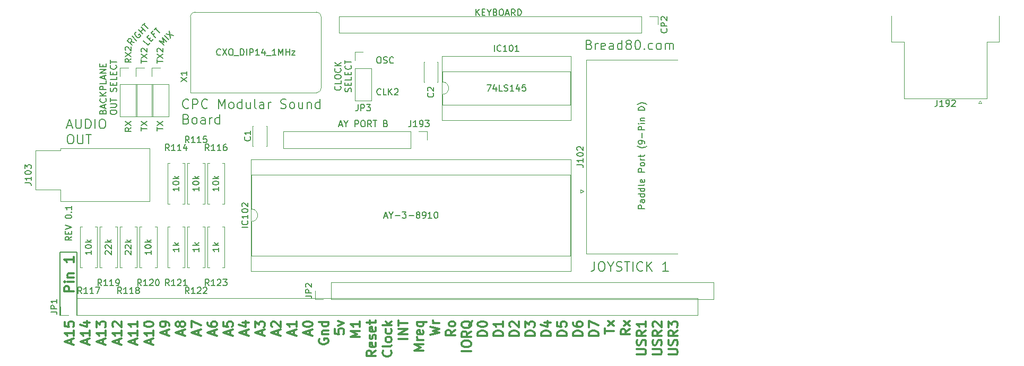
<source format=gto>
G04 #@! TF.GenerationSoftware,KiCad,Pcbnew,(5.1.12)-1*
G04 #@! TF.CreationDate,2022-12-10T16:47:45+00:00*
G04 #@! TF.ProjectId,CPCSound,43504353-6f75-46e6-942e-6b696361645f,rev?*
G04 #@! TF.SameCoordinates,Original*
G04 #@! TF.FileFunction,Legend,Top*
G04 #@! TF.FilePolarity,Positive*
%FSLAX46Y46*%
G04 Gerber Fmt 4.6, Leading zero omitted, Abs format (unit mm)*
G04 Created by KiCad (PCBNEW (5.1.12)-1) date 2022-12-10 16:47:45*
%MOMM*%
%LPD*%
G01*
G04 APERTURE LIST*
%ADD10C,0.200000*%
%ADD11C,0.150000*%
%ADD12C,0.300000*%
%ADD13C,0.120000*%
G04 APERTURE END LIST*
D10*
X156895800Y-143019780D02*
X154144980Y-143019780D01*
D11*
X161028571Y-120616071D02*
X161076190Y-120473214D01*
X161123809Y-120425595D01*
X161219047Y-120377976D01*
X161361904Y-120377976D01*
X161457142Y-120425595D01*
X161504761Y-120473214D01*
X161552380Y-120568452D01*
X161552380Y-120949404D01*
X160552380Y-120949404D01*
X160552380Y-120616071D01*
X160600000Y-120520833D01*
X160647619Y-120473214D01*
X160742857Y-120425595D01*
X160838095Y-120425595D01*
X160933333Y-120473214D01*
X160980952Y-120520833D01*
X161028571Y-120616071D01*
X161028571Y-120949404D01*
X161266666Y-119997023D02*
X161266666Y-119520833D01*
X161552380Y-120092261D02*
X160552380Y-119758928D01*
X161552380Y-119425595D01*
X161457142Y-118520833D02*
X161504761Y-118568452D01*
X161552380Y-118711309D01*
X161552380Y-118806547D01*
X161504761Y-118949404D01*
X161409523Y-119044642D01*
X161314285Y-119092261D01*
X161123809Y-119139880D01*
X160980952Y-119139880D01*
X160790476Y-119092261D01*
X160695238Y-119044642D01*
X160600000Y-118949404D01*
X160552380Y-118806547D01*
X160552380Y-118711309D01*
X160600000Y-118568452D01*
X160647619Y-118520833D01*
X161552380Y-118092261D02*
X160552380Y-118092261D01*
X161552380Y-117520833D02*
X160980952Y-117949404D01*
X160552380Y-117520833D02*
X161123809Y-118092261D01*
X161552380Y-117092261D02*
X160552380Y-117092261D01*
X160552380Y-116711309D01*
X160600000Y-116616071D01*
X160647619Y-116568452D01*
X160742857Y-116520833D01*
X160885714Y-116520833D01*
X160980952Y-116568452D01*
X161028571Y-116616071D01*
X161076190Y-116711309D01*
X161076190Y-117092261D01*
X161552380Y-115616071D02*
X161552380Y-116092261D01*
X160552380Y-116092261D01*
X161266666Y-115330357D02*
X161266666Y-114854166D01*
X161552380Y-115425595D02*
X160552380Y-115092261D01*
X161552380Y-114758928D01*
X161552380Y-114425595D02*
X160552380Y-114425595D01*
X161552380Y-113854166D01*
X160552380Y-113854166D01*
X161028571Y-113377976D02*
X161028571Y-113044642D01*
X161552380Y-112901785D02*
X161552380Y-113377976D01*
X160552380Y-113377976D01*
X160552380Y-112901785D01*
X162202380Y-120758928D02*
X162202380Y-120568452D01*
X162250000Y-120473214D01*
X162345238Y-120377976D01*
X162535714Y-120330357D01*
X162869047Y-120330357D01*
X163059523Y-120377976D01*
X163154761Y-120473214D01*
X163202380Y-120568452D01*
X163202380Y-120758928D01*
X163154761Y-120854166D01*
X163059523Y-120949404D01*
X162869047Y-120997023D01*
X162535714Y-120997023D01*
X162345238Y-120949404D01*
X162250000Y-120854166D01*
X162202380Y-120758928D01*
X162202380Y-119901785D02*
X163011904Y-119901785D01*
X163107142Y-119854166D01*
X163154761Y-119806547D01*
X163202380Y-119711309D01*
X163202380Y-119520833D01*
X163154761Y-119425595D01*
X163107142Y-119377976D01*
X163011904Y-119330357D01*
X162202380Y-119330357D01*
X162202380Y-118997023D02*
X162202380Y-118425595D01*
X163202380Y-118711309D02*
X162202380Y-118711309D01*
X163154761Y-117377976D02*
X163202380Y-117235119D01*
X163202380Y-116997023D01*
X163154761Y-116901785D01*
X163107142Y-116854166D01*
X163011904Y-116806547D01*
X162916666Y-116806547D01*
X162821428Y-116854166D01*
X162773809Y-116901785D01*
X162726190Y-116997023D01*
X162678571Y-117187500D01*
X162630952Y-117282738D01*
X162583333Y-117330357D01*
X162488095Y-117377976D01*
X162392857Y-117377976D01*
X162297619Y-117330357D01*
X162250000Y-117282738D01*
X162202380Y-117187500D01*
X162202380Y-116949404D01*
X162250000Y-116806547D01*
X162678571Y-116377976D02*
X162678571Y-116044642D01*
X163202380Y-115901785D02*
X163202380Y-116377976D01*
X162202380Y-116377976D01*
X162202380Y-115901785D01*
X163202380Y-114997023D02*
X163202380Y-115473214D01*
X162202380Y-115473214D01*
X162678571Y-114663690D02*
X162678571Y-114330357D01*
X163202380Y-114187500D02*
X163202380Y-114663690D01*
X162202380Y-114663690D01*
X162202380Y-114187500D01*
X163107142Y-113187500D02*
X163154761Y-113235119D01*
X163202380Y-113377976D01*
X163202380Y-113473214D01*
X163154761Y-113616071D01*
X163059523Y-113711309D01*
X162964285Y-113758928D01*
X162773809Y-113806547D01*
X162630952Y-113806547D01*
X162440476Y-113758928D01*
X162345238Y-113711309D01*
X162250000Y-113616071D01*
X162202380Y-113473214D01*
X162202380Y-113377976D01*
X162250000Y-113235119D01*
X162297619Y-113187500D01*
X162202380Y-112901785D02*
X162202380Y-112330357D01*
X163202380Y-112616071D02*
X162202380Y-112616071D01*
D10*
X174699285Y-119960714D02*
X174627857Y-120032142D01*
X174413571Y-120103571D01*
X174270714Y-120103571D01*
X174056428Y-120032142D01*
X173913571Y-119889285D01*
X173842142Y-119746428D01*
X173770714Y-119460714D01*
X173770714Y-119246428D01*
X173842142Y-118960714D01*
X173913571Y-118817857D01*
X174056428Y-118675000D01*
X174270714Y-118603571D01*
X174413571Y-118603571D01*
X174627857Y-118675000D01*
X174699285Y-118746428D01*
X175342142Y-120103571D02*
X175342142Y-118603571D01*
X175913571Y-118603571D01*
X176056428Y-118675000D01*
X176127857Y-118746428D01*
X176199285Y-118889285D01*
X176199285Y-119103571D01*
X176127857Y-119246428D01*
X176056428Y-119317857D01*
X175913571Y-119389285D01*
X175342142Y-119389285D01*
X177699285Y-119960714D02*
X177627857Y-120032142D01*
X177413571Y-120103571D01*
X177270714Y-120103571D01*
X177056428Y-120032142D01*
X176913571Y-119889285D01*
X176842142Y-119746428D01*
X176770714Y-119460714D01*
X176770714Y-119246428D01*
X176842142Y-118960714D01*
X176913571Y-118817857D01*
X177056428Y-118675000D01*
X177270714Y-118603571D01*
X177413571Y-118603571D01*
X177627857Y-118675000D01*
X177699285Y-118746428D01*
X179485000Y-120103571D02*
X179485000Y-118603571D01*
X179985000Y-119675000D01*
X180485000Y-118603571D01*
X180485000Y-120103571D01*
X181413571Y-120103571D02*
X181270714Y-120032142D01*
X181199285Y-119960714D01*
X181127857Y-119817857D01*
X181127857Y-119389285D01*
X181199285Y-119246428D01*
X181270714Y-119175000D01*
X181413571Y-119103571D01*
X181627857Y-119103571D01*
X181770714Y-119175000D01*
X181842142Y-119246428D01*
X181913571Y-119389285D01*
X181913571Y-119817857D01*
X181842142Y-119960714D01*
X181770714Y-120032142D01*
X181627857Y-120103571D01*
X181413571Y-120103571D01*
X183199285Y-120103571D02*
X183199285Y-118603571D01*
X183199285Y-120032142D02*
X183056428Y-120103571D01*
X182770714Y-120103571D01*
X182627857Y-120032142D01*
X182556428Y-119960714D01*
X182485000Y-119817857D01*
X182485000Y-119389285D01*
X182556428Y-119246428D01*
X182627857Y-119175000D01*
X182770714Y-119103571D01*
X183056428Y-119103571D01*
X183199285Y-119175000D01*
X184556428Y-119103571D02*
X184556428Y-120103571D01*
X183913571Y-119103571D02*
X183913571Y-119889285D01*
X183985000Y-120032142D01*
X184127857Y-120103571D01*
X184342142Y-120103571D01*
X184485000Y-120032142D01*
X184556428Y-119960714D01*
X185485000Y-120103571D02*
X185342142Y-120032142D01*
X185270714Y-119889285D01*
X185270714Y-118603571D01*
X186699285Y-120103571D02*
X186699285Y-119317857D01*
X186627857Y-119175000D01*
X186485000Y-119103571D01*
X186199285Y-119103571D01*
X186056428Y-119175000D01*
X186699285Y-120032142D02*
X186556428Y-120103571D01*
X186199285Y-120103571D01*
X186056428Y-120032142D01*
X185985000Y-119889285D01*
X185985000Y-119746428D01*
X186056428Y-119603571D01*
X186199285Y-119532142D01*
X186556428Y-119532142D01*
X186699285Y-119460714D01*
X187413571Y-120103571D02*
X187413571Y-119103571D01*
X187413571Y-119389285D02*
X187485000Y-119246428D01*
X187556428Y-119175000D01*
X187699285Y-119103571D01*
X187842142Y-119103571D01*
X189413571Y-120032142D02*
X189627857Y-120103571D01*
X189985000Y-120103571D01*
X190127857Y-120032142D01*
X190199285Y-119960714D01*
X190270714Y-119817857D01*
X190270714Y-119675000D01*
X190199285Y-119532142D01*
X190127857Y-119460714D01*
X189985000Y-119389285D01*
X189699285Y-119317857D01*
X189556428Y-119246428D01*
X189485000Y-119175000D01*
X189413571Y-119032142D01*
X189413571Y-118889285D01*
X189485000Y-118746428D01*
X189556428Y-118675000D01*
X189699285Y-118603571D01*
X190056428Y-118603571D01*
X190270714Y-118675000D01*
X191127857Y-120103571D02*
X190985000Y-120032142D01*
X190913571Y-119960714D01*
X190842142Y-119817857D01*
X190842142Y-119389285D01*
X190913571Y-119246428D01*
X190985000Y-119175000D01*
X191127857Y-119103571D01*
X191342142Y-119103571D01*
X191485000Y-119175000D01*
X191556428Y-119246428D01*
X191627857Y-119389285D01*
X191627857Y-119817857D01*
X191556428Y-119960714D01*
X191485000Y-120032142D01*
X191342142Y-120103571D01*
X191127857Y-120103571D01*
X192913571Y-119103571D02*
X192913571Y-120103571D01*
X192270714Y-119103571D02*
X192270714Y-119889285D01*
X192342142Y-120032142D01*
X192485000Y-120103571D01*
X192699285Y-120103571D01*
X192842142Y-120032142D01*
X192913571Y-119960714D01*
X193627857Y-119103571D02*
X193627857Y-120103571D01*
X193627857Y-119246428D02*
X193699285Y-119175000D01*
X193842142Y-119103571D01*
X194056428Y-119103571D01*
X194199285Y-119175000D01*
X194270714Y-119317857D01*
X194270714Y-120103571D01*
X195627857Y-120103571D02*
X195627857Y-118603571D01*
X195627857Y-120032142D02*
X195485000Y-120103571D01*
X195199285Y-120103571D01*
X195056428Y-120032142D01*
X194985000Y-119960714D01*
X194913571Y-119817857D01*
X194913571Y-119389285D01*
X194985000Y-119246428D01*
X195056428Y-119175000D01*
X195199285Y-119103571D01*
X195485000Y-119103571D01*
X195627857Y-119175000D01*
X174342142Y-121767857D02*
X174556428Y-121839285D01*
X174627857Y-121910714D01*
X174699285Y-122053571D01*
X174699285Y-122267857D01*
X174627857Y-122410714D01*
X174556428Y-122482142D01*
X174413571Y-122553571D01*
X173842142Y-122553571D01*
X173842142Y-121053571D01*
X174342142Y-121053571D01*
X174485000Y-121125000D01*
X174556428Y-121196428D01*
X174627857Y-121339285D01*
X174627857Y-121482142D01*
X174556428Y-121625000D01*
X174485000Y-121696428D01*
X174342142Y-121767857D01*
X173842142Y-121767857D01*
X175556428Y-122553571D02*
X175413571Y-122482142D01*
X175342142Y-122410714D01*
X175270714Y-122267857D01*
X175270714Y-121839285D01*
X175342142Y-121696428D01*
X175413571Y-121625000D01*
X175556428Y-121553571D01*
X175770714Y-121553571D01*
X175913571Y-121625000D01*
X175985000Y-121696428D01*
X176056428Y-121839285D01*
X176056428Y-122267857D01*
X175985000Y-122410714D01*
X175913571Y-122482142D01*
X175770714Y-122553571D01*
X175556428Y-122553571D01*
X177342142Y-122553571D02*
X177342142Y-121767857D01*
X177270714Y-121625000D01*
X177127857Y-121553571D01*
X176842142Y-121553571D01*
X176699285Y-121625000D01*
X177342142Y-122482142D02*
X177199285Y-122553571D01*
X176842142Y-122553571D01*
X176699285Y-122482142D01*
X176627857Y-122339285D01*
X176627857Y-122196428D01*
X176699285Y-122053571D01*
X176842142Y-121982142D01*
X177199285Y-121982142D01*
X177342142Y-121910714D01*
X178056428Y-122553571D02*
X178056428Y-121553571D01*
X178056428Y-121839285D02*
X178127857Y-121696428D01*
X178199285Y-121625000D01*
X178342142Y-121553571D01*
X178485000Y-121553571D01*
X179627857Y-122553571D02*
X179627857Y-121053571D01*
X179627857Y-122482142D02*
X179485000Y-122553571D01*
X179199285Y-122553571D01*
X179056428Y-122482142D01*
X178985000Y-122410714D01*
X178913571Y-122267857D01*
X178913571Y-121839285D01*
X178985000Y-121696428D01*
X179056428Y-121625000D01*
X179199285Y-121553571D01*
X179485000Y-121553571D01*
X179627857Y-121625000D01*
D11*
X198922142Y-116554047D02*
X198969761Y-116601666D01*
X199017380Y-116744523D01*
X199017380Y-116839761D01*
X198969761Y-116982619D01*
X198874523Y-117077857D01*
X198779285Y-117125476D01*
X198588809Y-117173095D01*
X198445952Y-117173095D01*
X198255476Y-117125476D01*
X198160238Y-117077857D01*
X198065000Y-116982619D01*
X198017380Y-116839761D01*
X198017380Y-116744523D01*
X198065000Y-116601666D01*
X198112619Y-116554047D01*
X199017380Y-115649285D02*
X199017380Y-116125476D01*
X198017380Y-116125476D01*
X198017380Y-115125476D02*
X198017380Y-114935000D01*
X198065000Y-114839761D01*
X198160238Y-114744523D01*
X198350714Y-114696904D01*
X198684047Y-114696904D01*
X198874523Y-114744523D01*
X198969761Y-114839761D01*
X199017380Y-114935000D01*
X199017380Y-115125476D01*
X198969761Y-115220714D01*
X198874523Y-115315952D01*
X198684047Y-115363571D01*
X198350714Y-115363571D01*
X198160238Y-115315952D01*
X198065000Y-115220714D01*
X198017380Y-115125476D01*
X198922142Y-113696904D02*
X198969761Y-113744523D01*
X199017380Y-113887380D01*
X199017380Y-113982619D01*
X198969761Y-114125476D01*
X198874523Y-114220714D01*
X198779285Y-114268333D01*
X198588809Y-114315952D01*
X198445952Y-114315952D01*
X198255476Y-114268333D01*
X198160238Y-114220714D01*
X198065000Y-114125476D01*
X198017380Y-113982619D01*
X198017380Y-113887380D01*
X198065000Y-113744523D01*
X198112619Y-113696904D01*
X199017380Y-113268333D02*
X198017380Y-113268333D01*
X199017380Y-112696904D02*
X198445952Y-113125476D01*
X198017380Y-112696904D02*
X198588809Y-113268333D01*
X200619761Y-117411190D02*
X200667380Y-117268333D01*
X200667380Y-117030238D01*
X200619761Y-116935000D01*
X200572142Y-116887380D01*
X200476904Y-116839761D01*
X200381666Y-116839761D01*
X200286428Y-116887380D01*
X200238809Y-116935000D01*
X200191190Y-117030238D01*
X200143571Y-117220714D01*
X200095952Y-117315952D01*
X200048333Y-117363571D01*
X199953095Y-117411190D01*
X199857857Y-117411190D01*
X199762619Y-117363571D01*
X199715000Y-117315952D01*
X199667380Y-117220714D01*
X199667380Y-116982619D01*
X199715000Y-116839761D01*
X200143571Y-116411190D02*
X200143571Y-116077857D01*
X200667380Y-115935000D02*
X200667380Y-116411190D01*
X199667380Y-116411190D01*
X199667380Y-115935000D01*
X200667380Y-115030238D02*
X200667380Y-115506428D01*
X199667380Y-115506428D01*
X200143571Y-114696904D02*
X200143571Y-114363571D01*
X200667380Y-114220714D02*
X200667380Y-114696904D01*
X199667380Y-114696904D01*
X199667380Y-114220714D01*
X200572142Y-113220714D02*
X200619761Y-113268333D01*
X200667380Y-113411190D01*
X200667380Y-113506428D01*
X200619761Y-113649285D01*
X200524523Y-113744523D01*
X200429285Y-113792142D01*
X200238809Y-113839761D01*
X200095952Y-113839761D01*
X199905476Y-113792142D01*
X199810238Y-113744523D01*
X199715000Y-113649285D01*
X199667380Y-113506428D01*
X199667380Y-113411190D01*
X199715000Y-113268333D01*
X199762619Y-113220714D01*
X199667380Y-112935000D02*
X199667380Y-112363571D01*
X200667380Y-112649285D02*
X199667380Y-112649285D01*
X205377023Y-117832142D02*
X205329404Y-117879761D01*
X205186547Y-117927380D01*
X205091309Y-117927380D01*
X204948452Y-117879761D01*
X204853214Y-117784523D01*
X204805595Y-117689285D01*
X204757976Y-117498809D01*
X204757976Y-117355952D01*
X204805595Y-117165476D01*
X204853214Y-117070238D01*
X204948452Y-116975000D01*
X205091309Y-116927380D01*
X205186547Y-116927380D01*
X205329404Y-116975000D01*
X205377023Y-117022619D01*
X206281785Y-117927380D02*
X205805595Y-117927380D01*
X205805595Y-116927380D01*
X206615119Y-117927380D02*
X206615119Y-116927380D01*
X207186547Y-117927380D02*
X206757976Y-117355952D01*
X207186547Y-116927380D02*
X206615119Y-117498809D01*
X207567500Y-117022619D02*
X207615119Y-116975000D01*
X207710357Y-116927380D01*
X207948452Y-116927380D01*
X208043690Y-116975000D01*
X208091309Y-117022619D01*
X208138928Y-117117857D01*
X208138928Y-117213095D01*
X208091309Y-117355952D01*
X207519880Y-117927380D01*
X208138928Y-117927380D01*
X204996071Y-111847380D02*
X205186547Y-111847380D01*
X205281785Y-111895000D01*
X205377023Y-111990238D01*
X205424642Y-112180714D01*
X205424642Y-112514047D01*
X205377023Y-112704523D01*
X205281785Y-112799761D01*
X205186547Y-112847380D01*
X204996071Y-112847380D01*
X204900833Y-112799761D01*
X204805595Y-112704523D01*
X204757976Y-112514047D01*
X204757976Y-112180714D01*
X204805595Y-111990238D01*
X204900833Y-111895000D01*
X204996071Y-111847380D01*
X205805595Y-112799761D02*
X205948452Y-112847380D01*
X206186547Y-112847380D01*
X206281785Y-112799761D01*
X206329404Y-112752142D01*
X206377023Y-112656904D01*
X206377023Y-112561666D01*
X206329404Y-112466428D01*
X206281785Y-112418809D01*
X206186547Y-112371190D01*
X205996071Y-112323571D01*
X205900833Y-112275952D01*
X205853214Y-112228333D01*
X205805595Y-112133095D01*
X205805595Y-112037857D01*
X205853214Y-111942619D01*
X205900833Y-111895000D01*
X205996071Y-111847380D01*
X206234166Y-111847380D01*
X206377023Y-111895000D01*
X207377023Y-112752142D02*
X207329404Y-112799761D01*
X207186547Y-112847380D01*
X207091309Y-112847380D01*
X206948452Y-112799761D01*
X206853214Y-112704523D01*
X206805595Y-112609285D01*
X206757976Y-112418809D01*
X206757976Y-112275952D01*
X206805595Y-112085476D01*
X206853214Y-111990238D01*
X206948452Y-111895000D01*
X207091309Y-111847380D01*
X207186547Y-111847380D01*
X207329404Y-111895000D01*
X207377023Y-111942619D01*
X169632380Y-112837261D02*
X169632380Y-112265833D01*
X170632380Y-112551547D02*
X169632380Y-112551547D01*
X169632380Y-112027738D02*
X170632380Y-111361071D01*
X169632380Y-111361071D02*
X170632380Y-112027738D01*
X169727619Y-111027738D02*
X169680000Y-110980119D01*
X169632380Y-110884880D01*
X169632380Y-110646785D01*
X169680000Y-110551547D01*
X169727619Y-110503928D01*
X169822857Y-110456309D01*
X169918095Y-110456309D01*
X170060952Y-110503928D01*
X170632380Y-111075357D01*
X170632380Y-110456309D01*
X167092380Y-112837261D02*
X167092380Y-112265833D01*
X168092380Y-112551547D02*
X167092380Y-112551547D01*
X167092380Y-112027738D02*
X168092380Y-111361071D01*
X167092380Y-111361071D02*
X168092380Y-112027738D01*
X167187619Y-111027738D02*
X167140000Y-110980119D01*
X167092380Y-110884880D01*
X167092380Y-110646785D01*
X167140000Y-110551547D01*
X167187619Y-110503928D01*
X167282857Y-110456309D01*
X167378095Y-110456309D01*
X167520952Y-110503928D01*
X168092380Y-111075357D01*
X168092380Y-110456309D01*
X165552380Y-112122976D02*
X165076190Y-112456309D01*
X165552380Y-112694404D02*
X164552380Y-112694404D01*
X164552380Y-112313452D01*
X164600000Y-112218214D01*
X164647619Y-112170595D01*
X164742857Y-112122976D01*
X164885714Y-112122976D01*
X164980952Y-112170595D01*
X165028571Y-112218214D01*
X165076190Y-112313452D01*
X165076190Y-112694404D01*
X164552380Y-111789642D02*
X165552380Y-111122976D01*
X164552380Y-111122976D02*
X165552380Y-111789642D01*
X164647619Y-110789642D02*
X164600000Y-110742023D01*
X164552380Y-110646785D01*
X164552380Y-110408690D01*
X164600000Y-110313452D01*
X164647619Y-110265833D01*
X164742857Y-110218214D01*
X164838095Y-110218214D01*
X164980952Y-110265833D01*
X165552380Y-110837261D01*
X165552380Y-110218214D01*
X165552380Y-123160357D02*
X165076190Y-123493690D01*
X165552380Y-123731785D02*
X164552380Y-123731785D01*
X164552380Y-123350833D01*
X164600000Y-123255595D01*
X164647619Y-123207976D01*
X164742857Y-123160357D01*
X164885714Y-123160357D01*
X164980952Y-123207976D01*
X165028571Y-123255595D01*
X165076190Y-123350833D01*
X165076190Y-123731785D01*
X164552380Y-122827023D02*
X165552380Y-122160357D01*
X164552380Y-122160357D02*
X165552380Y-122827023D01*
X167092380Y-123636547D02*
X167092380Y-123065119D01*
X168092380Y-123350833D02*
X167092380Y-123350833D01*
X167092380Y-122827023D02*
X168092380Y-122160357D01*
X167092380Y-122160357D02*
X168092380Y-122827023D01*
X169632380Y-123636547D02*
X169632380Y-123065119D01*
X170632380Y-123350833D02*
X169632380Y-123350833D01*
X169632380Y-122827023D02*
X170632380Y-122160357D01*
X169632380Y-122160357D02*
X170632380Y-122827023D01*
X170737183Y-109937579D02*
X170030076Y-109230473D01*
X170770855Y-109499847D01*
X170501481Y-108759068D01*
X171208587Y-109466175D01*
X171545305Y-109129457D02*
X170838198Y-108422351D01*
X171107572Y-108152977D02*
X172286083Y-108388679D01*
X171578977Y-107681572D02*
X171814679Y-108860083D01*
X168533900Y-109600862D02*
X168197183Y-109937579D01*
X167490076Y-109230473D01*
X168399213Y-108994770D02*
X168634916Y-108759068D01*
X169106320Y-109028442D02*
X168769603Y-109365160D01*
X168062496Y-108658053D01*
X168399213Y-108321335D01*
X169274679Y-108119305D02*
X169038977Y-108355007D01*
X169409366Y-108725396D02*
X168702259Y-108018290D01*
X169038977Y-107681572D01*
X169207335Y-107513213D02*
X169611396Y-107109152D01*
X170116473Y-108018290D02*
X169409366Y-107311183D01*
X166061244Y-109533518D02*
X165488824Y-109432503D01*
X165657183Y-109937579D02*
X164950076Y-109230473D01*
X165219450Y-108961099D01*
X165320465Y-108927427D01*
X165387809Y-108927427D01*
X165488824Y-108961099D01*
X165589839Y-109062114D01*
X165623511Y-109163129D01*
X165623511Y-109230473D01*
X165589839Y-109331488D01*
X165320465Y-109600862D01*
X166364290Y-109230473D02*
X165657183Y-108523366D01*
X166397961Y-107849931D02*
X166296946Y-107883603D01*
X166195931Y-107984618D01*
X166128587Y-108119305D01*
X166128587Y-108253992D01*
X166162259Y-108355007D01*
X166263274Y-108523366D01*
X166364290Y-108624381D01*
X166532648Y-108725396D01*
X166633664Y-108759068D01*
X166768351Y-108759068D01*
X166903038Y-108691725D01*
X166970381Y-108624381D01*
X167037725Y-108489694D01*
X167037725Y-108422351D01*
X166802022Y-108186648D01*
X166667335Y-108321335D01*
X167408114Y-108186648D02*
X166701007Y-107479542D01*
X167037725Y-107816259D02*
X167441786Y-107412198D01*
X167812175Y-107782587D02*
X167105068Y-107075481D01*
X167340770Y-106839778D02*
X167744831Y-106435717D01*
X168249908Y-107344855D02*
X167542801Y-106637748D01*
X156027380Y-140572857D02*
X155551190Y-140906190D01*
X156027380Y-141144285D02*
X155027380Y-141144285D01*
X155027380Y-140763333D01*
X155075000Y-140668095D01*
X155122619Y-140620476D01*
X155217857Y-140572857D01*
X155360714Y-140572857D01*
X155455952Y-140620476D01*
X155503571Y-140668095D01*
X155551190Y-140763333D01*
X155551190Y-141144285D01*
X155503571Y-140144285D02*
X155503571Y-139810952D01*
X156027380Y-139668095D02*
X156027380Y-140144285D01*
X155027380Y-140144285D01*
X155027380Y-139668095D01*
X155027380Y-139382380D02*
X156027380Y-139049047D01*
X155027380Y-138715714D01*
X155027380Y-137430000D02*
X155027380Y-137334761D01*
X155075000Y-137239523D01*
X155122619Y-137191904D01*
X155217857Y-137144285D01*
X155408333Y-137096666D01*
X155646428Y-137096666D01*
X155836904Y-137144285D01*
X155932142Y-137191904D01*
X155979761Y-137239523D01*
X156027380Y-137334761D01*
X156027380Y-137430000D01*
X155979761Y-137525238D01*
X155932142Y-137572857D01*
X155836904Y-137620476D01*
X155646428Y-137668095D01*
X155408333Y-137668095D01*
X155217857Y-137620476D01*
X155122619Y-137572857D01*
X155075000Y-137525238D01*
X155027380Y-137430000D01*
X155932142Y-136668095D02*
X155979761Y-136620476D01*
X156027380Y-136668095D01*
X155979761Y-136715714D01*
X155932142Y-136668095D01*
X156027380Y-136668095D01*
X156027380Y-135668095D02*
X156027380Y-136239523D01*
X156027380Y-135953809D02*
X155027380Y-135953809D01*
X155170238Y-136049047D01*
X155265476Y-136144285D01*
X155313095Y-136239523D01*
D10*
X238645714Y-109874857D02*
X238860000Y-109946285D01*
X238931428Y-110017714D01*
X239002857Y-110160571D01*
X239002857Y-110374857D01*
X238931428Y-110517714D01*
X238860000Y-110589142D01*
X238717142Y-110660571D01*
X238145714Y-110660571D01*
X238145714Y-109160571D01*
X238645714Y-109160571D01*
X238788571Y-109232000D01*
X238860000Y-109303428D01*
X238931428Y-109446285D01*
X238931428Y-109589142D01*
X238860000Y-109732000D01*
X238788571Y-109803428D01*
X238645714Y-109874857D01*
X238145714Y-109874857D01*
X239645714Y-110660571D02*
X239645714Y-109660571D01*
X239645714Y-109946285D02*
X239717142Y-109803428D01*
X239788571Y-109732000D01*
X239931428Y-109660571D01*
X240074285Y-109660571D01*
X241145714Y-110589142D02*
X241002857Y-110660571D01*
X240717142Y-110660571D01*
X240574285Y-110589142D01*
X240502857Y-110446285D01*
X240502857Y-109874857D01*
X240574285Y-109732000D01*
X240717142Y-109660571D01*
X241002857Y-109660571D01*
X241145714Y-109732000D01*
X241217142Y-109874857D01*
X241217142Y-110017714D01*
X240502857Y-110160571D01*
X242502857Y-110660571D02*
X242502857Y-109874857D01*
X242431428Y-109732000D01*
X242288571Y-109660571D01*
X242002857Y-109660571D01*
X241860000Y-109732000D01*
X242502857Y-110589142D02*
X242360000Y-110660571D01*
X242002857Y-110660571D01*
X241860000Y-110589142D01*
X241788571Y-110446285D01*
X241788571Y-110303428D01*
X241860000Y-110160571D01*
X242002857Y-110089142D01*
X242360000Y-110089142D01*
X242502857Y-110017714D01*
X243860000Y-110660571D02*
X243860000Y-109160571D01*
X243860000Y-110589142D02*
X243717142Y-110660571D01*
X243431428Y-110660571D01*
X243288571Y-110589142D01*
X243217142Y-110517714D01*
X243145714Y-110374857D01*
X243145714Y-109946285D01*
X243217142Y-109803428D01*
X243288571Y-109732000D01*
X243431428Y-109660571D01*
X243717142Y-109660571D01*
X243860000Y-109732000D01*
X244788571Y-109803428D02*
X244645714Y-109732000D01*
X244574285Y-109660571D01*
X244502857Y-109517714D01*
X244502857Y-109446285D01*
X244574285Y-109303428D01*
X244645714Y-109232000D01*
X244788571Y-109160571D01*
X245074285Y-109160571D01*
X245217142Y-109232000D01*
X245288571Y-109303428D01*
X245360000Y-109446285D01*
X245360000Y-109517714D01*
X245288571Y-109660571D01*
X245217142Y-109732000D01*
X245074285Y-109803428D01*
X244788571Y-109803428D01*
X244645714Y-109874857D01*
X244574285Y-109946285D01*
X244502857Y-110089142D01*
X244502857Y-110374857D01*
X244574285Y-110517714D01*
X244645714Y-110589142D01*
X244788571Y-110660571D01*
X245074285Y-110660571D01*
X245217142Y-110589142D01*
X245288571Y-110517714D01*
X245360000Y-110374857D01*
X245360000Y-110089142D01*
X245288571Y-109946285D01*
X245217142Y-109874857D01*
X245074285Y-109803428D01*
X246288571Y-109160571D02*
X246431428Y-109160571D01*
X246574285Y-109232000D01*
X246645714Y-109303428D01*
X246717142Y-109446285D01*
X246788571Y-109732000D01*
X246788571Y-110089142D01*
X246717142Y-110374857D01*
X246645714Y-110517714D01*
X246574285Y-110589142D01*
X246431428Y-110660571D01*
X246288571Y-110660571D01*
X246145714Y-110589142D01*
X246074285Y-110517714D01*
X246002857Y-110374857D01*
X245931428Y-110089142D01*
X245931428Y-109732000D01*
X246002857Y-109446285D01*
X246074285Y-109303428D01*
X246145714Y-109232000D01*
X246288571Y-109160571D01*
X247431428Y-110517714D02*
X247502857Y-110589142D01*
X247431428Y-110660571D01*
X247360000Y-110589142D01*
X247431428Y-110517714D01*
X247431428Y-110660571D01*
X248788571Y-110589142D02*
X248645714Y-110660571D01*
X248360000Y-110660571D01*
X248217142Y-110589142D01*
X248145714Y-110517714D01*
X248074285Y-110374857D01*
X248074285Y-109946285D01*
X248145714Y-109803428D01*
X248217142Y-109732000D01*
X248360000Y-109660571D01*
X248645714Y-109660571D01*
X248788571Y-109732000D01*
X249645714Y-110660571D02*
X249502857Y-110589142D01*
X249431428Y-110517714D01*
X249360000Y-110374857D01*
X249360000Y-109946285D01*
X249431428Y-109803428D01*
X249502857Y-109732000D01*
X249645714Y-109660571D01*
X249860000Y-109660571D01*
X250002857Y-109732000D01*
X250074285Y-109803428D01*
X250145714Y-109946285D01*
X250145714Y-110374857D01*
X250074285Y-110517714D01*
X250002857Y-110589142D01*
X249860000Y-110660571D01*
X249645714Y-110660571D01*
X250788571Y-110660571D02*
X250788571Y-109660571D01*
X250788571Y-109803428D02*
X250860000Y-109732000D01*
X251002857Y-109660571D01*
X251217142Y-109660571D01*
X251360000Y-109732000D01*
X251431428Y-109874857D01*
X251431428Y-110660571D01*
X251431428Y-109874857D02*
X251502857Y-109732000D01*
X251645714Y-109660571D01*
X251860000Y-109660571D01*
X252002857Y-109732000D01*
X252074285Y-109874857D01*
X252074285Y-110660571D01*
X155355714Y-122850000D02*
X156070000Y-122850000D01*
X155212857Y-123278571D02*
X155712857Y-121778571D01*
X156212857Y-123278571D01*
X156712857Y-121778571D02*
X156712857Y-122992857D01*
X156784285Y-123135714D01*
X156855714Y-123207142D01*
X156998571Y-123278571D01*
X157284285Y-123278571D01*
X157427142Y-123207142D01*
X157498571Y-123135714D01*
X157570000Y-122992857D01*
X157570000Y-121778571D01*
X158284285Y-123278571D02*
X158284285Y-121778571D01*
X158641428Y-121778571D01*
X158855714Y-121850000D01*
X158998571Y-121992857D01*
X159070000Y-122135714D01*
X159141428Y-122421428D01*
X159141428Y-122635714D01*
X159070000Y-122921428D01*
X158998571Y-123064285D01*
X158855714Y-123207142D01*
X158641428Y-123278571D01*
X158284285Y-123278571D01*
X159784285Y-123278571D02*
X159784285Y-121778571D01*
X160784285Y-121778571D02*
X161070000Y-121778571D01*
X161212857Y-121850000D01*
X161355714Y-121992857D01*
X161427142Y-122278571D01*
X161427142Y-122778571D01*
X161355714Y-123064285D01*
X161212857Y-123207142D01*
X161070000Y-123278571D01*
X160784285Y-123278571D01*
X160641428Y-123207142D01*
X160498571Y-123064285D01*
X160427142Y-122778571D01*
X160427142Y-122278571D01*
X160498571Y-121992857D01*
X160641428Y-121850000D01*
X160784285Y-121778571D01*
X155712857Y-124228571D02*
X155998571Y-124228571D01*
X156141428Y-124300000D01*
X156284285Y-124442857D01*
X156355714Y-124728571D01*
X156355714Y-125228571D01*
X156284285Y-125514285D01*
X156141428Y-125657142D01*
X155998571Y-125728571D01*
X155712857Y-125728571D01*
X155570000Y-125657142D01*
X155427142Y-125514285D01*
X155355714Y-125228571D01*
X155355714Y-124728571D01*
X155427142Y-124442857D01*
X155570000Y-124300000D01*
X155712857Y-124228571D01*
X156998571Y-124228571D02*
X156998571Y-125442857D01*
X157070000Y-125585714D01*
X157141428Y-125657142D01*
X157284285Y-125728571D01*
X157570000Y-125728571D01*
X157712857Y-125657142D01*
X157784285Y-125585714D01*
X157855714Y-125442857D01*
X157855714Y-124228571D01*
X158355714Y-124228571D02*
X159212857Y-124228571D01*
X158784285Y-125728571D02*
X158784285Y-124228571D01*
D11*
X198731666Y-122721666D02*
X199207857Y-122721666D01*
X198636428Y-123007380D02*
X198969761Y-122007380D01*
X199303095Y-123007380D01*
X199826904Y-122531190D02*
X199826904Y-123007380D01*
X199493571Y-122007380D02*
X199826904Y-122531190D01*
X200160238Y-122007380D01*
X201255476Y-123007380D02*
X201255476Y-122007380D01*
X201636428Y-122007380D01*
X201731666Y-122055000D01*
X201779285Y-122102619D01*
X201826904Y-122197857D01*
X201826904Y-122340714D01*
X201779285Y-122435952D01*
X201731666Y-122483571D01*
X201636428Y-122531190D01*
X201255476Y-122531190D01*
X202445952Y-122007380D02*
X202636428Y-122007380D01*
X202731666Y-122055000D01*
X202826904Y-122150238D01*
X202874523Y-122340714D01*
X202874523Y-122674047D01*
X202826904Y-122864523D01*
X202731666Y-122959761D01*
X202636428Y-123007380D01*
X202445952Y-123007380D01*
X202350714Y-122959761D01*
X202255476Y-122864523D01*
X202207857Y-122674047D01*
X202207857Y-122340714D01*
X202255476Y-122150238D01*
X202350714Y-122055000D01*
X202445952Y-122007380D01*
X203874523Y-123007380D02*
X203541190Y-122531190D01*
X203303095Y-123007380D02*
X203303095Y-122007380D01*
X203684047Y-122007380D01*
X203779285Y-122055000D01*
X203826904Y-122102619D01*
X203874523Y-122197857D01*
X203874523Y-122340714D01*
X203826904Y-122435952D01*
X203779285Y-122483571D01*
X203684047Y-122531190D01*
X203303095Y-122531190D01*
X204160238Y-122007380D02*
X204731666Y-122007380D01*
X204445952Y-123007380D02*
X204445952Y-122007380D01*
X206160238Y-122483571D02*
X206303095Y-122531190D01*
X206350714Y-122578809D01*
X206398333Y-122674047D01*
X206398333Y-122816904D01*
X206350714Y-122912142D01*
X206303095Y-122959761D01*
X206207857Y-123007380D01*
X205826904Y-123007380D01*
X205826904Y-122007380D01*
X206160238Y-122007380D01*
X206255476Y-122055000D01*
X206303095Y-122102619D01*
X206350714Y-122197857D01*
X206350714Y-122293095D01*
X206303095Y-122388333D01*
X206255476Y-122435952D01*
X206160238Y-122483571D01*
X205826904Y-122483571D01*
X220559761Y-105227380D02*
X220559761Y-104227380D01*
X221131190Y-105227380D02*
X220702619Y-104655952D01*
X221131190Y-104227380D02*
X220559761Y-104798809D01*
X221559761Y-104703571D02*
X221893095Y-104703571D01*
X222035952Y-105227380D02*
X221559761Y-105227380D01*
X221559761Y-104227380D01*
X222035952Y-104227380D01*
X222655000Y-104751190D02*
X222655000Y-105227380D01*
X222321666Y-104227380D02*
X222655000Y-104751190D01*
X222988333Y-104227380D01*
X223655000Y-104703571D02*
X223797857Y-104751190D01*
X223845476Y-104798809D01*
X223893095Y-104894047D01*
X223893095Y-105036904D01*
X223845476Y-105132142D01*
X223797857Y-105179761D01*
X223702619Y-105227380D01*
X223321666Y-105227380D01*
X223321666Y-104227380D01*
X223655000Y-104227380D01*
X223750238Y-104275000D01*
X223797857Y-104322619D01*
X223845476Y-104417857D01*
X223845476Y-104513095D01*
X223797857Y-104608333D01*
X223750238Y-104655952D01*
X223655000Y-104703571D01*
X223321666Y-104703571D01*
X224512142Y-104227380D02*
X224702619Y-104227380D01*
X224797857Y-104275000D01*
X224893095Y-104370238D01*
X224940714Y-104560714D01*
X224940714Y-104894047D01*
X224893095Y-105084523D01*
X224797857Y-105179761D01*
X224702619Y-105227380D01*
X224512142Y-105227380D01*
X224416904Y-105179761D01*
X224321666Y-105084523D01*
X224274047Y-104894047D01*
X224274047Y-104560714D01*
X224321666Y-104370238D01*
X224416904Y-104275000D01*
X224512142Y-104227380D01*
X225321666Y-104941666D02*
X225797857Y-104941666D01*
X225226428Y-105227380D02*
X225559761Y-104227380D01*
X225893095Y-105227380D01*
X226797857Y-105227380D02*
X226464523Y-104751190D01*
X226226428Y-105227380D02*
X226226428Y-104227380D01*
X226607380Y-104227380D01*
X226702619Y-104275000D01*
X226750238Y-104322619D01*
X226797857Y-104417857D01*
X226797857Y-104560714D01*
X226750238Y-104655952D01*
X226702619Y-104703571D01*
X226607380Y-104751190D01*
X226226428Y-104751190D01*
X227226428Y-105227380D02*
X227226428Y-104227380D01*
X227464523Y-104227380D01*
X227607380Y-104275000D01*
X227702619Y-104370238D01*
X227750238Y-104465476D01*
X227797857Y-104655952D01*
X227797857Y-104798809D01*
X227750238Y-104989285D01*
X227702619Y-105084523D01*
X227607380Y-105179761D01*
X227464523Y-105227380D01*
X227226428Y-105227380D01*
D10*
X239467142Y-144593571D02*
X239467142Y-145665000D01*
X239395714Y-145879285D01*
X239252857Y-146022142D01*
X239038571Y-146093571D01*
X238895714Y-146093571D01*
X240467142Y-144593571D02*
X240752857Y-144593571D01*
X240895714Y-144665000D01*
X241038571Y-144807857D01*
X241110000Y-145093571D01*
X241110000Y-145593571D01*
X241038571Y-145879285D01*
X240895714Y-146022142D01*
X240752857Y-146093571D01*
X240467142Y-146093571D01*
X240324285Y-146022142D01*
X240181428Y-145879285D01*
X240110000Y-145593571D01*
X240110000Y-145093571D01*
X240181428Y-144807857D01*
X240324285Y-144665000D01*
X240467142Y-144593571D01*
X242038571Y-145379285D02*
X242038571Y-146093571D01*
X241538571Y-144593571D02*
X242038571Y-145379285D01*
X242538571Y-144593571D01*
X242967142Y-146022142D02*
X243181428Y-146093571D01*
X243538571Y-146093571D01*
X243681428Y-146022142D01*
X243752857Y-145950714D01*
X243824285Y-145807857D01*
X243824285Y-145665000D01*
X243752857Y-145522142D01*
X243681428Y-145450714D01*
X243538571Y-145379285D01*
X243252857Y-145307857D01*
X243110000Y-145236428D01*
X243038571Y-145165000D01*
X242967142Y-145022142D01*
X242967142Y-144879285D01*
X243038571Y-144736428D01*
X243110000Y-144665000D01*
X243252857Y-144593571D01*
X243610000Y-144593571D01*
X243824285Y-144665000D01*
X244252857Y-144593571D02*
X245110000Y-144593571D01*
X244681428Y-146093571D02*
X244681428Y-144593571D01*
X245610000Y-146093571D02*
X245610000Y-144593571D01*
X247181428Y-145950714D02*
X247110000Y-146022142D01*
X246895714Y-146093571D01*
X246752857Y-146093571D01*
X246538571Y-146022142D01*
X246395714Y-145879285D01*
X246324285Y-145736428D01*
X246252857Y-145450714D01*
X246252857Y-145236428D01*
X246324285Y-144950714D01*
X246395714Y-144807857D01*
X246538571Y-144665000D01*
X246752857Y-144593571D01*
X246895714Y-144593571D01*
X247110000Y-144665000D01*
X247181428Y-144736428D01*
X247824285Y-146093571D02*
X247824285Y-144593571D01*
X248681428Y-146093571D02*
X248038571Y-145236428D01*
X248681428Y-144593571D02*
X247824285Y-145450714D01*
X251252857Y-146093571D02*
X250395714Y-146093571D01*
X250824285Y-146093571D02*
X250824285Y-144593571D01*
X250681428Y-144807857D01*
X250538571Y-144950714D01*
X250395714Y-145022142D01*
X156895800Y-153131520D02*
X156931360Y-153131520D01*
X156895800Y-143019780D02*
X156895800Y-153131520D01*
X154144980Y-153131520D02*
X154144980Y-143019780D01*
D12*
X156360251Y-149315465D02*
X154860251Y-149315465D01*
X154860251Y-148744037D01*
X154931680Y-148601180D01*
X155003108Y-148529751D01*
X155145965Y-148458322D01*
X155360251Y-148458322D01*
X155503108Y-148529751D01*
X155574537Y-148601180D01*
X155645965Y-148744037D01*
X155645965Y-149315465D01*
X156360251Y-147815465D02*
X155360251Y-147815465D01*
X154860251Y-147815465D02*
X154931680Y-147886894D01*
X155003108Y-147815465D01*
X154931680Y-147744037D01*
X154860251Y-147815465D01*
X155003108Y-147815465D01*
X155360251Y-147101180D02*
X156360251Y-147101180D01*
X155503108Y-147101180D02*
X155431680Y-147029751D01*
X155360251Y-146886894D01*
X155360251Y-146672608D01*
X155431680Y-146529751D01*
X155574537Y-146458322D01*
X156360251Y-146458322D01*
X156360251Y-143815465D02*
X156360251Y-144672608D01*
X156360251Y-144244037D02*
X154860251Y-144244037D01*
X155074537Y-144386894D01*
X155217394Y-144529751D01*
X155288822Y-144672608D01*
X155994533Y-157709442D02*
X155994533Y-156995157D01*
X156420247Y-157852300D02*
X154930247Y-157352300D01*
X156420247Y-156852300D01*
X156420247Y-155566585D02*
X156420247Y-156423728D01*
X156420247Y-155995157D02*
X154930247Y-155995157D01*
X155143104Y-156138014D01*
X155285009Y-156280871D01*
X155355961Y-156423728D01*
X154930247Y-154209442D02*
X154930247Y-154923728D01*
X155639771Y-154995157D01*
X155568819Y-154923728D01*
X155497866Y-154780871D01*
X155497866Y-154423728D01*
X155568819Y-154280871D01*
X155639771Y-154209442D01*
X155781676Y-154138014D01*
X156136438Y-154138014D01*
X156278342Y-154209442D01*
X156349295Y-154280871D01*
X156420247Y-154423728D01*
X156420247Y-154780871D01*
X156349295Y-154923728D01*
X156278342Y-154995157D01*
X158529533Y-157709442D02*
X158529533Y-156995157D01*
X158955247Y-157852300D02*
X157465247Y-157352300D01*
X158955247Y-156852300D01*
X158955247Y-155566585D02*
X158955247Y-156423728D01*
X158955247Y-155995157D02*
X157465247Y-155995157D01*
X157678104Y-156138014D01*
X157820009Y-156280871D01*
X157890961Y-156423728D01*
X157961914Y-154280871D02*
X158955247Y-154280871D01*
X157394295Y-154638014D02*
X158458580Y-154995157D01*
X158458580Y-154066585D01*
X161064533Y-157709442D02*
X161064533Y-156995157D01*
X161490247Y-157852300D02*
X160000247Y-157352300D01*
X161490247Y-156852300D01*
X161490247Y-155566585D02*
X161490247Y-156423728D01*
X161490247Y-155995157D02*
X160000247Y-155995157D01*
X160213104Y-156138014D01*
X160355009Y-156280871D01*
X160425961Y-156423728D01*
X160000247Y-155066585D02*
X160000247Y-154138014D01*
X160567866Y-154638014D01*
X160567866Y-154423728D01*
X160638819Y-154280871D01*
X160709771Y-154209442D01*
X160851676Y-154138014D01*
X161206438Y-154138014D01*
X161348342Y-154209442D01*
X161419295Y-154280871D01*
X161490247Y-154423728D01*
X161490247Y-154852300D01*
X161419295Y-154995157D01*
X161348342Y-155066585D01*
X163599533Y-157709442D02*
X163599533Y-156995157D01*
X164025247Y-157852300D02*
X162535247Y-157352300D01*
X164025247Y-156852300D01*
X164025247Y-155566585D02*
X164025247Y-156423728D01*
X164025247Y-155995157D02*
X162535247Y-155995157D01*
X162748104Y-156138014D01*
X162890009Y-156280871D01*
X162960961Y-156423728D01*
X162677152Y-154995157D02*
X162606200Y-154923728D01*
X162535247Y-154780871D01*
X162535247Y-154423728D01*
X162606200Y-154280871D01*
X162677152Y-154209442D01*
X162819057Y-154138014D01*
X162960961Y-154138014D01*
X163173819Y-154209442D01*
X164025247Y-155066585D01*
X164025247Y-154138014D01*
X166134533Y-157709442D02*
X166134533Y-156995157D01*
X166560247Y-157852300D02*
X165070247Y-157352300D01*
X166560247Y-156852300D01*
X166560247Y-155566585D02*
X166560247Y-156423728D01*
X166560247Y-155995157D02*
X165070247Y-155995157D01*
X165283104Y-156138014D01*
X165425009Y-156280871D01*
X165495961Y-156423728D01*
X166560247Y-154138014D02*
X166560247Y-154995157D01*
X166560247Y-154566585D02*
X165070247Y-154566585D01*
X165283104Y-154709442D01*
X165425009Y-154852300D01*
X165495961Y-154995157D01*
X168669533Y-157709442D02*
X168669533Y-156995157D01*
X169095247Y-157852300D02*
X167605247Y-157352300D01*
X169095247Y-156852300D01*
X169095247Y-155566585D02*
X169095247Y-156423728D01*
X169095247Y-155995157D02*
X167605247Y-155995157D01*
X167818104Y-156138014D01*
X167960009Y-156280871D01*
X168030961Y-156423728D01*
X167605247Y-154638014D02*
X167605247Y-154495157D01*
X167676200Y-154352300D01*
X167747152Y-154280871D01*
X167889057Y-154209442D01*
X168172866Y-154138014D01*
X168527628Y-154138014D01*
X168811438Y-154209442D01*
X168953342Y-154280871D01*
X169024295Y-154352300D01*
X169095247Y-154495157D01*
X169095247Y-154638014D01*
X169024295Y-154780871D01*
X168953342Y-154852300D01*
X168811438Y-154923728D01*
X168527628Y-154995157D01*
X168172866Y-154995157D01*
X167889057Y-154923728D01*
X167747152Y-154852300D01*
X167676200Y-154780871D01*
X167605247Y-154638014D01*
X171204533Y-156280871D02*
X171204533Y-155566585D01*
X171630247Y-156423728D02*
X170140247Y-155923728D01*
X171630247Y-155423728D01*
X171630247Y-154852300D02*
X171630247Y-154566585D01*
X171559295Y-154423728D01*
X171488342Y-154352300D01*
X171275485Y-154209442D01*
X170991676Y-154138014D01*
X170424057Y-154138014D01*
X170282152Y-154209442D01*
X170211200Y-154280871D01*
X170140247Y-154423728D01*
X170140247Y-154709442D01*
X170211200Y-154852300D01*
X170282152Y-154923728D01*
X170424057Y-154995157D01*
X170778819Y-154995157D01*
X170920723Y-154923728D01*
X170991676Y-154852300D01*
X171062628Y-154709442D01*
X171062628Y-154423728D01*
X170991676Y-154280871D01*
X170920723Y-154209442D01*
X170778819Y-154138014D01*
X173739533Y-156280871D02*
X173739533Y-155566585D01*
X174165247Y-156423728D02*
X172675247Y-155923728D01*
X174165247Y-155423728D01*
X173313819Y-154709442D02*
X173242866Y-154852300D01*
X173171914Y-154923728D01*
X173030009Y-154995157D01*
X172959057Y-154995157D01*
X172817152Y-154923728D01*
X172746200Y-154852300D01*
X172675247Y-154709442D01*
X172675247Y-154423728D01*
X172746200Y-154280871D01*
X172817152Y-154209442D01*
X172959057Y-154138014D01*
X173030009Y-154138014D01*
X173171914Y-154209442D01*
X173242866Y-154280871D01*
X173313819Y-154423728D01*
X173313819Y-154709442D01*
X173384771Y-154852300D01*
X173455723Y-154923728D01*
X173597628Y-154995157D01*
X173881438Y-154995157D01*
X174023342Y-154923728D01*
X174094295Y-154852300D01*
X174165247Y-154709442D01*
X174165247Y-154423728D01*
X174094295Y-154280871D01*
X174023342Y-154209442D01*
X173881438Y-154138014D01*
X173597628Y-154138014D01*
X173455723Y-154209442D01*
X173384771Y-154280871D01*
X173313819Y-154423728D01*
X176274533Y-156280871D02*
X176274533Y-155566585D01*
X176700247Y-156423728D02*
X175210247Y-155923728D01*
X176700247Y-155423728D01*
X175210247Y-155066585D02*
X175210247Y-154066585D01*
X176700247Y-154709442D01*
X178809533Y-156280871D02*
X178809533Y-155566585D01*
X179235247Y-156423728D02*
X177745247Y-155923728D01*
X179235247Y-155423728D01*
X177745247Y-154280871D02*
X177745247Y-154566585D01*
X177816200Y-154709442D01*
X177887152Y-154780871D01*
X178100009Y-154923728D01*
X178383819Y-154995157D01*
X178951438Y-154995157D01*
X179093342Y-154923728D01*
X179164295Y-154852300D01*
X179235247Y-154709442D01*
X179235247Y-154423728D01*
X179164295Y-154280871D01*
X179093342Y-154209442D01*
X178951438Y-154138014D01*
X178596676Y-154138014D01*
X178454771Y-154209442D01*
X178383819Y-154280871D01*
X178312866Y-154423728D01*
X178312866Y-154709442D01*
X178383819Y-154852300D01*
X178454771Y-154923728D01*
X178596676Y-154995157D01*
X181344533Y-156280871D02*
X181344533Y-155566585D01*
X181770247Y-156423728D02*
X180280247Y-155923728D01*
X181770247Y-155423728D01*
X180280247Y-154209442D02*
X180280247Y-154923728D01*
X180989771Y-154995157D01*
X180918819Y-154923728D01*
X180847866Y-154780871D01*
X180847866Y-154423728D01*
X180918819Y-154280871D01*
X180989771Y-154209442D01*
X181131676Y-154138014D01*
X181486438Y-154138014D01*
X181628342Y-154209442D01*
X181699295Y-154280871D01*
X181770247Y-154423728D01*
X181770247Y-154780871D01*
X181699295Y-154923728D01*
X181628342Y-154995157D01*
X183879533Y-156280871D02*
X183879533Y-155566585D01*
X184305247Y-156423728D02*
X182815247Y-155923728D01*
X184305247Y-155423728D01*
X183311914Y-154280871D02*
X184305247Y-154280871D01*
X182744295Y-154638014D02*
X183808580Y-154995157D01*
X183808580Y-154066585D01*
X186414533Y-156280871D02*
X186414533Y-155566585D01*
X186840247Y-156423728D02*
X185350247Y-155923728D01*
X186840247Y-155423728D01*
X185350247Y-155066585D02*
X185350247Y-154138014D01*
X185917866Y-154638014D01*
X185917866Y-154423728D01*
X185988819Y-154280871D01*
X186059771Y-154209442D01*
X186201676Y-154138014D01*
X186556438Y-154138014D01*
X186698342Y-154209442D01*
X186769295Y-154280871D01*
X186840247Y-154423728D01*
X186840247Y-154852300D01*
X186769295Y-154995157D01*
X186698342Y-155066585D01*
X188949533Y-156280871D02*
X188949533Y-155566585D01*
X189375247Y-156423728D02*
X187885247Y-155923728D01*
X189375247Y-155423728D01*
X188027152Y-154995157D02*
X187956200Y-154923728D01*
X187885247Y-154780871D01*
X187885247Y-154423728D01*
X187956200Y-154280871D01*
X188027152Y-154209442D01*
X188169057Y-154138014D01*
X188310961Y-154138014D01*
X188523819Y-154209442D01*
X189375247Y-155066585D01*
X189375247Y-154138014D01*
X191484533Y-156280871D02*
X191484533Y-155566585D01*
X191910247Y-156423728D02*
X190420247Y-155923728D01*
X191910247Y-155423728D01*
X191910247Y-154138014D02*
X191910247Y-154995157D01*
X191910247Y-154566585D02*
X190420247Y-154566585D01*
X190633104Y-154709442D01*
X190775009Y-154852300D01*
X190845961Y-154995157D01*
X194019533Y-156280871D02*
X194019533Y-155566585D01*
X194445247Y-156423728D02*
X192955247Y-155923728D01*
X194445247Y-155423728D01*
X192955247Y-154638014D02*
X192955247Y-154495157D01*
X193026200Y-154352300D01*
X193097152Y-154280871D01*
X193239057Y-154209442D01*
X193522866Y-154138014D01*
X193877628Y-154138014D01*
X194161438Y-154209442D01*
X194303342Y-154280871D01*
X194374295Y-154352300D01*
X194445247Y-154495157D01*
X194445247Y-154638014D01*
X194374295Y-154780871D01*
X194303342Y-154852300D01*
X194161438Y-154923728D01*
X193877628Y-154995157D01*
X193522866Y-154995157D01*
X193239057Y-154923728D01*
X193097152Y-154852300D01*
X193026200Y-154780871D01*
X192955247Y-154638014D01*
X195561200Y-156923728D02*
X195490247Y-157066585D01*
X195490247Y-157280871D01*
X195561200Y-157495157D01*
X195703104Y-157638014D01*
X195845009Y-157709442D01*
X196128819Y-157780871D01*
X196341676Y-157780871D01*
X196625485Y-157709442D01*
X196767390Y-157638014D01*
X196909295Y-157495157D01*
X196980247Y-157280871D01*
X196980247Y-157138014D01*
X196909295Y-156923728D01*
X196838342Y-156852300D01*
X196341676Y-156852300D01*
X196341676Y-157138014D01*
X195986914Y-156209442D02*
X196980247Y-156209442D01*
X196128819Y-156209442D02*
X196057866Y-156138014D01*
X195986914Y-155995157D01*
X195986914Y-155780871D01*
X196057866Y-155638014D01*
X196199771Y-155566585D01*
X196980247Y-155566585D01*
X196980247Y-154209442D02*
X195490247Y-154209442D01*
X196909295Y-154209442D02*
X196980247Y-154352300D01*
X196980247Y-154638014D01*
X196909295Y-154780871D01*
X196838342Y-154852300D01*
X196696438Y-154923728D01*
X196270723Y-154923728D01*
X196128819Y-154852300D01*
X196057866Y-154780871D01*
X195986914Y-154638014D01*
X195986914Y-154352300D01*
X196057866Y-154209442D01*
X198025247Y-155352300D02*
X198025247Y-156066585D01*
X198734771Y-156138014D01*
X198663819Y-156066585D01*
X198592866Y-155923728D01*
X198592866Y-155566585D01*
X198663819Y-155423728D01*
X198734771Y-155352300D01*
X198876676Y-155280871D01*
X199231438Y-155280871D01*
X199373342Y-155352300D01*
X199444295Y-155423728D01*
X199515247Y-155566585D01*
X199515247Y-155923728D01*
X199444295Y-156066585D01*
X199373342Y-156138014D01*
X198521914Y-154780871D02*
X199515247Y-154423728D01*
X198521914Y-154066585D01*
X202050247Y-156638014D02*
X200560247Y-156638014D01*
X201624533Y-156138014D01*
X200560247Y-155638014D01*
X202050247Y-155638014D01*
X202050247Y-154138014D02*
X202050247Y-154995157D01*
X202050247Y-154566585D02*
X200560247Y-154566585D01*
X200773104Y-154709442D01*
X200915009Y-154852300D01*
X200985961Y-154995157D01*
X204585247Y-158780871D02*
X203875723Y-159280871D01*
X204585247Y-159638014D02*
X203095247Y-159638014D01*
X203095247Y-159066585D01*
X203166200Y-158923728D01*
X203237152Y-158852300D01*
X203379057Y-158780871D01*
X203591914Y-158780871D01*
X203733819Y-158852300D01*
X203804771Y-158923728D01*
X203875723Y-159066585D01*
X203875723Y-159638014D01*
X204514295Y-157566585D02*
X204585247Y-157709442D01*
X204585247Y-157995157D01*
X204514295Y-158138014D01*
X204372390Y-158209442D01*
X203804771Y-158209442D01*
X203662866Y-158138014D01*
X203591914Y-157995157D01*
X203591914Y-157709442D01*
X203662866Y-157566585D01*
X203804771Y-157495157D01*
X203946676Y-157495157D01*
X204088580Y-158209442D01*
X204514295Y-156923728D02*
X204585247Y-156780871D01*
X204585247Y-156495157D01*
X204514295Y-156352300D01*
X204372390Y-156280871D01*
X204301438Y-156280871D01*
X204159533Y-156352300D01*
X204088580Y-156495157D01*
X204088580Y-156709442D01*
X204017628Y-156852300D01*
X203875723Y-156923728D01*
X203804771Y-156923728D01*
X203662866Y-156852300D01*
X203591914Y-156709442D01*
X203591914Y-156495157D01*
X203662866Y-156352300D01*
X204514295Y-155066585D02*
X204585247Y-155209442D01*
X204585247Y-155495157D01*
X204514295Y-155638014D01*
X204372390Y-155709442D01*
X203804771Y-155709442D01*
X203662866Y-155638014D01*
X203591914Y-155495157D01*
X203591914Y-155209442D01*
X203662866Y-155066585D01*
X203804771Y-154995157D01*
X203946676Y-154995157D01*
X204088580Y-155709442D01*
X203591914Y-154566585D02*
X203591914Y-153995157D01*
X203095247Y-154352300D02*
X204372390Y-154352300D01*
X204514295Y-154280871D01*
X204585247Y-154138014D01*
X204585247Y-153995157D01*
X206978342Y-158780871D02*
X207049295Y-158852300D01*
X207120247Y-159066585D01*
X207120247Y-159209442D01*
X207049295Y-159423728D01*
X206907390Y-159566585D01*
X206765485Y-159638014D01*
X206481676Y-159709442D01*
X206268819Y-159709442D01*
X205985009Y-159638014D01*
X205843104Y-159566585D01*
X205701200Y-159423728D01*
X205630247Y-159209442D01*
X205630247Y-159066585D01*
X205701200Y-158852300D01*
X205772152Y-158780871D01*
X207120247Y-157923728D02*
X207049295Y-158066585D01*
X206907390Y-158138014D01*
X205630247Y-158138014D01*
X207120247Y-157138014D02*
X207049295Y-157280871D01*
X206978342Y-157352300D01*
X206836438Y-157423728D01*
X206410723Y-157423728D01*
X206268819Y-157352300D01*
X206197866Y-157280871D01*
X206126914Y-157138014D01*
X206126914Y-156923728D01*
X206197866Y-156780871D01*
X206268819Y-156709442D01*
X206410723Y-156638014D01*
X206836438Y-156638014D01*
X206978342Y-156709442D01*
X207049295Y-156780871D01*
X207120247Y-156923728D01*
X207120247Y-157138014D01*
X207049295Y-155352300D02*
X207120247Y-155495157D01*
X207120247Y-155780871D01*
X207049295Y-155923728D01*
X206978342Y-155995157D01*
X206836438Y-156066585D01*
X206410723Y-156066585D01*
X206268819Y-155995157D01*
X206197866Y-155923728D01*
X206126914Y-155780871D01*
X206126914Y-155495157D01*
X206197866Y-155352300D01*
X207120247Y-154709442D02*
X205630247Y-154709442D01*
X206552628Y-154566585D02*
X207120247Y-154138014D01*
X206126914Y-154138014D02*
X206694533Y-154709442D01*
X209655247Y-156923728D02*
X208165247Y-156923728D01*
X209655247Y-156209442D02*
X208165247Y-156209442D01*
X209655247Y-155352300D01*
X208165247Y-155352300D01*
X208165247Y-154852300D02*
X208165247Y-153995157D01*
X209655247Y-154423728D02*
X208165247Y-154423728D01*
X212190247Y-158780871D02*
X210700247Y-158780871D01*
X211764533Y-158280871D01*
X210700247Y-157780871D01*
X212190247Y-157780871D01*
X212190247Y-157066585D02*
X211196914Y-157066585D01*
X211480723Y-157066585D02*
X211338819Y-156995157D01*
X211267866Y-156923728D01*
X211196914Y-156780871D01*
X211196914Y-156638014D01*
X212119295Y-155566585D02*
X212190247Y-155709442D01*
X212190247Y-155995157D01*
X212119295Y-156138014D01*
X211977390Y-156209442D01*
X211409771Y-156209442D01*
X211267866Y-156138014D01*
X211196914Y-155995157D01*
X211196914Y-155709442D01*
X211267866Y-155566585D01*
X211409771Y-155495157D01*
X211551676Y-155495157D01*
X211693580Y-156209442D01*
X211196914Y-154209442D02*
X212686914Y-154209442D01*
X212119295Y-154209442D02*
X212190247Y-154352300D01*
X212190247Y-154638014D01*
X212119295Y-154780871D01*
X212048342Y-154852300D01*
X211906438Y-154923728D01*
X211480723Y-154923728D01*
X211338819Y-154852300D01*
X211267866Y-154780871D01*
X211196914Y-154638014D01*
X211196914Y-154352300D01*
X211267866Y-154209442D01*
X213235247Y-156280871D02*
X214725247Y-155923728D01*
X213660961Y-155638014D01*
X214725247Y-155352300D01*
X213235247Y-154995157D01*
X214725247Y-154423728D02*
X213731914Y-154423728D01*
X214015723Y-154423728D02*
X213873819Y-154352300D01*
X213802866Y-154280871D01*
X213731914Y-154138014D01*
X213731914Y-153995157D01*
X217260247Y-155495157D02*
X216550723Y-155995157D01*
X217260247Y-156352300D02*
X215770247Y-156352300D01*
X215770247Y-155780871D01*
X215841200Y-155638014D01*
X215912152Y-155566585D01*
X216054057Y-155495157D01*
X216266914Y-155495157D01*
X216408819Y-155566585D01*
X216479771Y-155638014D01*
X216550723Y-155780871D01*
X216550723Y-156352300D01*
X217260247Y-154638014D02*
X217189295Y-154780871D01*
X217118342Y-154852300D01*
X216976438Y-154923728D01*
X216550723Y-154923728D01*
X216408819Y-154852300D01*
X216337866Y-154780871D01*
X216266914Y-154638014D01*
X216266914Y-154423728D01*
X216337866Y-154280871D01*
X216408819Y-154209442D01*
X216550723Y-154138014D01*
X216976438Y-154138014D01*
X217118342Y-154209442D01*
X217189295Y-154280871D01*
X217260247Y-154423728D01*
X217260247Y-154638014D01*
X219795247Y-158852300D02*
X218305247Y-158852300D01*
X218305247Y-157852300D02*
X218305247Y-157566585D01*
X218376200Y-157423728D01*
X218518104Y-157280871D01*
X218801914Y-157209442D01*
X219298580Y-157209442D01*
X219582390Y-157280871D01*
X219724295Y-157423728D01*
X219795247Y-157566585D01*
X219795247Y-157852300D01*
X219724295Y-157995157D01*
X219582390Y-158138014D01*
X219298580Y-158209442D01*
X218801914Y-158209442D01*
X218518104Y-158138014D01*
X218376200Y-157995157D01*
X218305247Y-157852300D01*
X219795247Y-155709442D02*
X219085723Y-156209442D01*
X219795247Y-156566585D02*
X218305247Y-156566585D01*
X218305247Y-155995157D01*
X218376200Y-155852300D01*
X218447152Y-155780871D01*
X218589057Y-155709442D01*
X218801914Y-155709442D01*
X218943819Y-155780871D01*
X219014771Y-155852300D01*
X219085723Y-155995157D01*
X219085723Y-156566585D01*
X219937152Y-154066585D02*
X219866200Y-154209442D01*
X219724295Y-154352300D01*
X219511438Y-154566585D01*
X219440485Y-154709442D01*
X219440485Y-154852300D01*
X219795247Y-154780871D02*
X219724295Y-154923728D01*
X219582390Y-155066585D01*
X219298580Y-155138014D01*
X218801914Y-155138014D01*
X218518104Y-155066585D01*
X218376200Y-154923728D01*
X218305247Y-154780871D01*
X218305247Y-154495157D01*
X218376200Y-154352300D01*
X218518104Y-154209442D01*
X218801914Y-154138014D01*
X219298580Y-154138014D01*
X219582390Y-154209442D01*
X219724295Y-154352300D01*
X219795247Y-154495157D01*
X219795247Y-154780871D01*
X222330247Y-156423728D02*
X220840247Y-156423728D01*
X220840247Y-156066585D01*
X220911200Y-155852300D01*
X221053104Y-155709442D01*
X221195009Y-155638014D01*
X221478819Y-155566585D01*
X221691676Y-155566585D01*
X221975485Y-155638014D01*
X222117390Y-155709442D01*
X222259295Y-155852300D01*
X222330247Y-156066585D01*
X222330247Y-156423728D01*
X220840247Y-154638014D02*
X220840247Y-154495157D01*
X220911200Y-154352300D01*
X220982152Y-154280871D01*
X221124057Y-154209442D01*
X221407866Y-154138014D01*
X221762628Y-154138014D01*
X222046438Y-154209442D01*
X222188342Y-154280871D01*
X222259295Y-154352300D01*
X222330247Y-154495157D01*
X222330247Y-154638014D01*
X222259295Y-154780871D01*
X222188342Y-154852300D01*
X222046438Y-154923728D01*
X221762628Y-154995157D01*
X221407866Y-154995157D01*
X221124057Y-154923728D01*
X220982152Y-154852300D01*
X220911200Y-154780871D01*
X220840247Y-154638014D01*
X224865247Y-156423728D02*
X223375247Y-156423728D01*
X223375247Y-156066585D01*
X223446200Y-155852300D01*
X223588104Y-155709442D01*
X223730009Y-155638014D01*
X224013819Y-155566585D01*
X224226676Y-155566585D01*
X224510485Y-155638014D01*
X224652390Y-155709442D01*
X224794295Y-155852300D01*
X224865247Y-156066585D01*
X224865247Y-156423728D01*
X224865247Y-154138014D02*
X224865247Y-154995157D01*
X224865247Y-154566585D02*
X223375247Y-154566585D01*
X223588104Y-154709442D01*
X223730009Y-154852300D01*
X223800961Y-154995157D01*
X227400247Y-156423728D02*
X225910247Y-156423728D01*
X225910247Y-156066585D01*
X225981200Y-155852300D01*
X226123104Y-155709442D01*
X226265009Y-155638014D01*
X226548819Y-155566585D01*
X226761676Y-155566585D01*
X227045485Y-155638014D01*
X227187390Y-155709442D01*
X227329295Y-155852300D01*
X227400247Y-156066585D01*
X227400247Y-156423728D01*
X226052152Y-154995157D02*
X225981200Y-154923728D01*
X225910247Y-154780871D01*
X225910247Y-154423728D01*
X225981200Y-154280871D01*
X226052152Y-154209442D01*
X226194057Y-154138014D01*
X226335961Y-154138014D01*
X226548819Y-154209442D01*
X227400247Y-155066585D01*
X227400247Y-154138014D01*
X229935247Y-156423728D02*
X228445247Y-156423728D01*
X228445247Y-156066585D01*
X228516200Y-155852300D01*
X228658104Y-155709442D01*
X228800009Y-155638014D01*
X229083819Y-155566585D01*
X229296676Y-155566585D01*
X229580485Y-155638014D01*
X229722390Y-155709442D01*
X229864295Y-155852300D01*
X229935247Y-156066585D01*
X229935247Y-156423728D01*
X228445247Y-155066585D02*
X228445247Y-154138014D01*
X229012866Y-154638014D01*
X229012866Y-154423728D01*
X229083819Y-154280871D01*
X229154771Y-154209442D01*
X229296676Y-154138014D01*
X229651438Y-154138014D01*
X229793342Y-154209442D01*
X229864295Y-154280871D01*
X229935247Y-154423728D01*
X229935247Y-154852300D01*
X229864295Y-154995157D01*
X229793342Y-155066585D01*
X232470247Y-156423728D02*
X230980247Y-156423728D01*
X230980247Y-156066585D01*
X231051200Y-155852300D01*
X231193104Y-155709442D01*
X231335009Y-155638014D01*
X231618819Y-155566585D01*
X231831676Y-155566585D01*
X232115485Y-155638014D01*
X232257390Y-155709442D01*
X232399295Y-155852300D01*
X232470247Y-156066585D01*
X232470247Y-156423728D01*
X231476914Y-154280871D02*
X232470247Y-154280871D01*
X230909295Y-154638014D02*
X231973580Y-154995157D01*
X231973580Y-154066585D01*
X235005247Y-156423728D02*
X233515247Y-156423728D01*
X233515247Y-156066585D01*
X233586200Y-155852300D01*
X233728104Y-155709442D01*
X233870009Y-155638014D01*
X234153819Y-155566585D01*
X234366676Y-155566585D01*
X234650485Y-155638014D01*
X234792390Y-155709442D01*
X234934295Y-155852300D01*
X235005247Y-156066585D01*
X235005247Y-156423728D01*
X233515247Y-154209442D02*
X233515247Y-154923728D01*
X234224771Y-154995157D01*
X234153819Y-154923728D01*
X234082866Y-154780871D01*
X234082866Y-154423728D01*
X234153819Y-154280871D01*
X234224771Y-154209442D01*
X234366676Y-154138014D01*
X234721438Y-154138014D01*
X234863342Y-154209442D01*
X234934295Y-154280871D01*
X235005247Y-154423728D01*
X235005247Y-154780871D01*
X234934295Y-154923728D01*
X234863342Y-154995157D01*
X237540247Y-156423728D02*
X236050247Y-156423728D01*
X236050247Y-156066585D01*
X236121200Y-155852300D01*
X236263104Y-155709442D01*
X236405009Y-155638014D01*
X236688819Y-155566585D01*
X236901676Y-155566585D01*
X237185485Y-155638014D01*
X237327390Y-155709442D01*
X237469295Y-155852300D01*
X237540247Y-156066585D01*
X237540247Y-156423728D01*
X236050247Y-154280871D02*
X236050247Y-154566585D01*
X236121200Y-154709442D01*
X236192152Y-154780871D01*
X236405009Y-154923728D01*
X236688819Y-154995157D01*
X237256438Y-154995157D01*
X237398342Y-154923728D01*
X237469295Y-154852300D01*
X237540247Y-154709442D01*
X237540247Y-154423728D01*
X237469295Y-154280871D01*
X237398342Y-154209442D01*
X237256438Y-154138014D01*
X236901676Y-154138014D01*
X236759771Y-154209442D01*
X236688819Y-154280871D01*
X236617866Y-154423728D01*
X236617866Y-154709442D01*
X236688819Y-154852300D01*
X236759771Y-154923728D01*
X236901676Y-154995157D01*
X240075247Y-156423728D02*
X238585247Y-156423728D01*
X238585247Y-156066585D01*
X238656200Y-155852300D01*
X238798104Y-155709442D01*
X238940009Y-155638014D01*
X239223819Y-155566585D01*
X239436676Y-155566585D01*
X239720485Y-155638014D01*
X239862390Y-155709442D01*
X240004295Y-155852300D01*
X240075247Y-156066585D01*
X240075247Y-156423728D01*
X238585247Y-155066585D02*
X238585247Y-154066585D01*
X240075247Y-154709442D01*
X241120247Y-156066585D02*
X241120247Y-155209442D01*
X242610247Y-155638014D02*
X241120247Y-155638014D01*
X242610247Y-154852300D02*
X241616914Y-154066585D01*
X241616914Y-154852300D02*
X242610247Y-154066585D01*
X245145247Y-155352300D02*
X244435723Y-155852300D01*
X245145247Y-156209442D02*
X243655247Y-156209442D01*
X243655247Y-155638014D01*
X243726200Y-155495157D01*
X243797152Y-155423728D01*
X243939057Y-155352300D01*
X244151914Y-155352300D01*
X244293819Y-155423728D01*
X244364771Y-155495157D01*
X244435723Y-155638014D01*
X244435723Y-156209442D01*
X245145247Y-154852300D02*
X244151914Y-154066585D01*
X244151914Y-154852300D02*
X245145247Y-154066585D01*
X246190247Y-159423728D02*
X247396438Y-159423728D01*
X247538342Y-159352300D01*
X247609295Y-159280871D01*
X247680247Y-159138014D01*
X247680247Y-158852300D01*
X247609295Y-158709442D01*
X247538342Y-158638014D01*
X247396438Y-158566585D01*
X246190247Y-158566585D01*
X247609295Y-157923728D02*
X247680247Y-157709442D01*
X247680247Y-157352300D01*
X247609295Y-157209442D01*
X247538342Y-157138014D01*
X247396438Y-157066585D01*
X247254533Y-157066585D01*
X247112628Y-157138014D01*
X247041676Y-157209442D01*
X246970723Y-157352300D01*
X246899771Y-157638014D01*
X246828819Y-157780871D01*
X246757866Y-157852300D01*
X246615961Y-157923728D01*
X246474057Y-157923728D01*
X246332152Y-157852300D01*
X246261200Y-157780871D01*
X246190247Y-157638014D01*
X246190247Y-157280871D01*
X246261200Y-157066585D01*
X247680247Y-155566585D02*
X246970723Y-156066585D01*
X247680247Y-156423728D02*
X246190247Y-156423728D01*
X246190247Y-155852300D01*
X246261200Y-155709442D01*
X246332152Y-155638014D01*
X246474057Y-155566585D01*
X246686914Y-155566585D01*
X246828819Y-155638014D01*
X246899771Y-155709442D01*
X246970723Y-155852300D01*
X246970723Y-156423728D01*
X247680247Y-154138014D02*
X247680247Y-154995157D01*
X247680247Y-154566585D02*
X246190247Y-154566585D01*
X246403104Y-154709442D01*
X246545009Y-154852300D01*
X246615961Y-154995157D01*
X248725247Y-159423728D02*
X249931438Y-159423728D01*
X250073342Y-159352300D01*
X250144295Y-159280871D01*
X250215247Y-159138014D01*
X250215247Y-158852300D01*
X250144295Y-158709442D01*
X250073342Y-158638014D01*
X249931438Y-158566585D01*
X248725247Y-158566585D01*
X250144295Y-157923728D02*
X250215247Y-157709442D01*
X250215247Y-157352300D01*
X250144295Y-157209442D01*
X250073342Y-157138014D01*
X249931438Y-157066585D01*
X249789533Y-157066585D01*
X249647628Y-157138014D01*
X249576676Y-157209442D01*
X249505723Y-157352300D01*
X249434771Y-157638014D01*
X249363819Y-157780871D01*
X249292866Y-157852300D01*
X249150961Y-157923728D01*
X249009057Y-157923728D01*
X248867152Y-157852300D01*
X248796200Y-157780871D01*
X248725247Y-157638014D01*
X248725247Y-157280871D01*
X248796200Y-157066585D01*
X250215247Y-155566585D02*
X249505723Y-156066585D01*
X250215247Y-156423728D02*
X248725247Y-156423728D01*
X248725247Y-155852300D01*
X248796200Y-155709442D01*
X248867152Y-155638014D01*
X249009057Y-155566585D01*
X249221914Y-155566585D01*
X249363819Y-155638014D01*
X249434771Y-155709442D01*
X249505723Y-155852300D01*
X249505723Y-156423728D01*
X248867152Y-154995157D02*
X248796200Y-154923728D01*
X248725247Y-154780871D01*
X248725247Y-154423728D01*
X248796200Y-154280871D01*
X248867152Y-154209442D01*
X249009057Y-154138014D01*
X249150961Y-154138014D01*
X249363819Y-154209442D01*
X250215247Y-155066585D01*
X250215247Y-154138014D01*
X251260247Y-159423728D02*
X252466438Y-159423728D01*
X252608342Y-159352300D01*
X252679295Y-159280871D01*
X252750247Y-159138014D01*
X252750247Y-158852300D01*
X252679295Y-158709442D01*
X252608342Y-158638014D01*
X252466438Y-158566585D01*
X251260247Y-158566585D01*
X252679295Y-157923728D02*
X252750247Y-157709442D01*
X252750247Y-157352300D01*
X252679295Y-157209442D01*
X252608342Y-157138014D01*
X252466438Y-157066585D01*
X252324533Y-157066585D01*
X252182628Y-157138014D01*
X252111676Y-157209442D01*
X252040723Y-157352300D01*
X251969771Y-157638014D01*
X251898819Y-157780871D01*
X251827866Y-157852300D01*
X251685961Y-157923728D01*
X251544057Y-157923728D01*
X251402152Y-157852300D01*
X251331200Y-157780871D01*
X251260247Y-157638014D01*
X251260247Y-157280871D01*
X251331200Y-157066585D01*
X252750247Y-155566585D02*
X252040723Y-156066585D01*
X252750247Y-156423728D02*
X251260247Y-156423728D01*
X251260247Y-155852300D01*
X251331200Y-155709442D01*
X251402152Y-155638014D01*
X251544057Y-155566585D01*
X251756914Y-155566585D01*
X251898819Y-155638014D01*
X251969771Y-155709442D01*
X252040723Y-155852300D01*
X252040723Y-156423728D01*
X251260247Y-155066585D02*
X251260247Y-154138014D01*
X251827866Y-154638014D01*
X251827866Y-154423728D01*
X251898819Y-154280871D01*
X251969771Y-154209442D01*
X252111676Y-154138014D01*
X252466438Y-154138014D01*
X252608342Y-154209442D01*
X252679295Y-154280871D01*
X252750247Y-154423728D01*
X252750247Y-154852300D01*
X252679295Y-154995157D01*
X252608342Y-155066585D01*
D13*
X163770000Y-121345000D02*
X166430000Y-121345000D01*
X163770000Y-116205000D02*
X163770000Y-121345000D01*
X166430000Y-116205000D02*
X166430000Y-121345000D01*
X163770000Y-116205000D02*
X166430000Y-116205000D01*
X163770000Y-114935000D02*
X163770000Y-113605000D01*
X163770000Y-113605000D02*
X165100000Y-113605000D01*
X166310000Y-121345000D02*
X168970000Y-121345000D01*
X166310000Y-116205000D02*
X166310000Y-121345000D01*
X168970000Y-116205000D02*
X168970000Y-121345000D01*
X166310000Y-116205000D02*
X168970000Y-116205000D01*
X166310000Y-114935000D02*
X166310000Y-113605000D01*
X166310000Y-113605000D02*
X167640000Y-113605000D01*
X168850000Y-121345000D02*
X171510000Y-121345000D01*
X168850000Y-116205000D02*
X168850000Y-121345000D01*
X171510000Y-116205000D02*
X171510000Y-121345000D01*
X168850000Y-116205000D02*
X171510000Y-116205000D01*
X168850000Y-114935000D02*
X168850000Y-113605000D01*
X168850000Y-113605000D02*
X170180000Y-113605000D01*
X189805000Y-123765000D02*
X189805000Y-126425000D01*
X210185000Y-123765000D02*
X189805000Y-123765000D01*
X210185000Y-126425000D02*
X189805000Y-126425000D01*
X210185000Y-123765000D02*
X210185000Y-126425000D01*
X211455000Y-123765000D02*
X212785000Y-123765000D01*
X212785000Y-123765000D02*
X212785000Y-125095000D01*
X174970000Y-117575000D02*
X195120000Y-117575000D01*
X195870000Y-116825000D02*
X195870000Y-105425000D01*
X195120000Y-104675000D02*
X175720000Y-104675000D01*
X174970000Y-105425000D02*
X174970000Y-117575000D01*
X175720000Y-104675000D02*
G75*
G03*
X174970000Y-105425000I0J-750000D01*
G01*
X195870000Y-105425000D02*
G75*
G03*
X195120000Y-104675000I-750000J0D01*
G01*
X195120000Y-117575000D02*
G75*
G03*
X195870000Y-116825000I0J750000D01*
G01*
X201235000Y-111065000D02*
X202565000Y-111065000D01*
X201235000Y-112395000D02*
X201235000Y-111065000D01*
X201235000Y-113665000D02*
X203895000Y-113665000D01*
X203895000Y-113665000D02*
X203895000Y-118805000D01*
X201235000Y-113665000D02*
X201235000Y-118805000D01*
X201235000Y-118805000D02*
X203895000Y-118805000D01*
X215145000Y-111700000D02*
X215145000Y-121980000D01*
X235705000Y-111700000D02*
X215145000Y-111700000D01*
X235705000Y-121980000D02*
X235705000Y-111700000D01*
X215145000Y-121980000D02*
X235705000Y-121980000D01*
X215205000Y-114190000D02*
X215205000Y-115840000D01*
X235645000Y-114190000D02*
X215205000Y-114190000D01*
X235645000Y-119490000D02*
X235645000Y-114190000D01*
X215205000Y-119490000D02*
X235645000Y-119490000D01*
X215205000Y-117840000D02*
X215205000Y-119490000D01*
X215205000Y-115840000D02*
G75*
G02*
X215205000Y-117840000I0J-1000000D01*
G01*
X154255000Y-133030000D02*
X150255000Y-133030000D01*
X154255000Y-134930000D02*
X154255000Y-133030000D01*
X168495000Y-134930000D02*
X154255000Y-134930000D01*
X168495000Y-126490000D02*
X168495000Y-134930000D01*
X154255000Y-126490000D02*
X168495000Y-126490000D01*
X154255000Y-126790000D02*
X154255000Y-126490000D01*
X150255000Y-126790000D02*
X154255000Y-126790000D01*
X150255000Y-133030000D02*
X150255000Y-126790000D01*
X237708675Y-133350000D02*
X237275662Y-133600000D01*
X237275662Y-133100000D02*
X237708675Y-133350000D01*
X237275662Y-133600000D02*
X237275662Y-133100000D01*
X238170000Y-112325000D02*
X252710000Y-112325000D01*
X238170000Y-143295000D02*
X238170000Y-112325000D01*
X252710000Y-143295000D02*
X238170000Y-143295000D01*
X180440000Y-138970000D02*
X180110000Y-138970000D01*
X180440000Y-145510000D02*
X180440000Y-138970000D01*
X180110000Y-145510000D02*
X180440000Y-145510000D01*
X177700000Y-138970000D02*
X178030000Y-138970000D01*
X177700000Y-145510000D02*
X177700000Y-138970000D01*
X178030000Y-145510000D02*
X177700000Y-145510000D01*
X177265000Y-138970000D02*
X176935000Y-138970000D01*
X177265000Y-145510000D02*
X177265000Y-138970000D01*
X176935000Y-145510000D02*
X177265000Y-145510000D01*
X174525000Y-138970000D02*
X174855000Y-138970000D01*
X174525000Y-145510000D02*
X174525000Y-138970000D01*
X174855000Y-145510000D02*
X174525000Y-145510000D01*
X174090000Y-138970000D02*
X173760000Y-138970000D01*
X174090000Y-145510000D02*
X174090000Y-138970000D01*
X173760000Y-145510000D02*
X174090000Y-145510000D01*
X171350000Y-138970000D02*
X171680000Y-138970000D01*
X171350000Y-145510000D02*
X171350000Y-138970000D01*
X171680000Y-145510000D02*
X171350000Y-145510000D01*
X166905000Y-145510000D02*
X167235000Y-145510000D01*
X166905000Y-138970000D02*
X166905000Y-145510000D01*
X167235000Y-138970000D02*
X166905000Y-138970000D01*
X169645000Y-145510000D02*
X169315000Y-145510000D01*
X169645000Y-138970000D02*
X169645000Y-145510000D01*
X169315000Y-138970000D02*
X169645000Y-138970000D01*
X160555000Y-145510000D02*
X160885000Y-145510000D01*
X160555000Y-138970000D02*
X160555000Y-145510000D01*
X160885000Y-138970000D02*
X160555000Y-138970000D01*
X163295000Y-145510000D02*
X162965000Y-145510000D01*
X163295000Y-138970000D02*
X163295000Y-145510000D01*
X162965000Y-138970000D02*
X163295000Y-138970000D01*
X163730000Y-145510000D02*
X164060000Y-145510000D01*
X163730000Y-138970000D02*
X163730000Y-145510000D01*
X164060000Y-138970000D02*
X163730000Y-138970000D01*
X166470000Y-145510000D02*
X166140000Y-145510000D01*
X166470000Y-138970000D02*
X166470000Y-145510000D01*
X166140000Y-138970000D02*
X166470000Y-138970000D01*
X157380000Y-145510000D02*
X157710000Y-145510000D01*
X157380000Y-138970000D02*
X157380000Y-145510000D01*
X157710000Y-138970000D02*
X157380000Y-138970000D01*
X160120000Y-145510000D02*
X159790000Y-145510000D01*
X160120000Y-138970000D02*
X160120000Y-145510000D01*
X159790000Y-138970000D02*
X160120000Y-138970000D01*
X180440000Y-128810000D02*
X180110000Y-128810000D01*
X180440000Y-135350000D02*
X180440000Y-128810000D01*
X180110000Y-135350000D02*
X180440000Y-135350000D01*
X177700000Y-128810000D02*
X178030000Y-128810000D01*
X177700000Y-135350000D02*
X177700000Y-128810000D01*
X178030000Y-135350000D02*
X177700000Y-135350000D01*
X177265000Y-128810000D02*
X176935000Y-128810000D01*
X177265000Y-135350000D02*
X177265000Y-128810000D01*
X176935000Y-135350000D02*
X177265000Y-135350000D01*
X174525000Y-128810000D02*
X174855000Y-128810000D01*
X174525000Y-135350000D02*
X174525000Y-128810000D01*
X174855000Y-135350000D02*
X174525000Y-135350000D01*
X174090000Y-128810000D02*
X173760000Y-128810000D01*
X174090000Y-135350000D02*
X174090000Y-128810000D01*
X173760000Y-135350000D02*
X174090000Y-135350000D01*
X171350000Y-128810000D02*
X171680000Y-128810000D01*
X171350000Y-135350000D02*
X171350000Y-128810000D01*
X171680000Y-135350000D02*
X171350000Y-135350000D01*
X194885000Y-150555000D02*
X194885000Y-149225000D01*
X196215000Y-150555000D02*
X194885000Y-150555000D01*
X197485000Y-150555000D02*
X197485000Y-147895000D01*
X197485000Y-147895000D02*
X258505000Y-147895000D01*
X197485000Y-150555000D02*
X258505000Y-150555000D01*
X258505000Y-150555000D02*
X258505000Y-147895000D01*
X154245000Y-153095000D02*
X154245000Y-151765000D01*
X155575000Y-153095000D02*
X154245000Y-153095000D01*
X156845000Y-153095000D02*
X156845000Y-150435000D01*
X156845000Y-150435000D02*
X255965000Y-150435000D01*
X156845000Y-153095000D02*
X255965000Y-153095000D01*
X255965000Y-153095000D02*
X255965000Y-150435000D01*
X300990000Y-118796325D02*
X301240000Y-119229338D01*
X300740000Y-119229338D02*
X300990000Y-118796325D01*
X301240000Y-119229338D02*
X300740000Y-119229338D01*
X286840000Y-109395000D02*
X286840000Y-105295000D01*
X288850000Y-109395000D02*
X286840000Y-109395000D01*
X288850000Y-118535000D02*
X288850000Y-109395000D01*
X302050000Y-118535000D02*
X288850000Y-118535000D01*
X302050000Y-109395000D02*
X302050000Y-118535000D01*
X304060000Y-109395000D02*
X302050000Y-109395000D01*
X304060000Y-105295000D02*
X304060000Y-109395000D01*
X184665000Y-128210000D02*
X184665000Y-146110000D01*
X235705000Y-128210000D02*
X184665000Y-128210000D01*
X235705000Y-146110000D02*
X235705000Y-128210000D01*
X184665000Y-146110000D02*
X235705000Y-146110000D01*
X184725000Y-130700000D02*
X184725000Y-136160000D01*
X235645000Y-130700000D02*
X184725000Y-130700000D01*
X235645000Y-143620000D02*
X235645000Y-130700000D01*
X184725000Y-143620000D02*
X235645000Y-143620000D01*
X184725000Y-138160000D02*
X184725000Y-143620000D01*
X184725000Y-136160000D02*
G75*
G02*
X184725000Y-138160000I0J-1000000D01*
G01*
X249615000Y-105350000D02*
X249615000Y-106680000D01*
X248285000Y-105350000D02*
X249615000Y-105350000D01*
X247015000Y-105350000D02*
X247015000Y-108010000D01*
X247015000Y-108010000D02*
X198695000Y-108010000D01*
X247015000Y-105350000D02*
X198695000Y-105350000D01*
X198695000Y-105350000D02*
X198695000Y-108010000D01*
X212305000Y-115900000D02*
X212240000Y-115900000D01*
X214480000Y-115900000D02*
X214415000Y-115900000D01*
X212305000Y-112660000D02*
X212240000Y-112660000D01*
X214480000Y-112660000D02*
X214415000Y-112660000D01*
X212240000Y-112660000D02*
X212240000Y-115900000D01*
X214480000Y-112660000D02*
X214480000Y-115900000D01*
X187110000Y-122860000D02*
X187175000Y-122860000D01*
X184935000Y-122860000D02*
X185000000Y-122860000D01*
X187110000Y-126100000D02*
X187175000Y-126100000D01*
X184935000Y-126100000D02*
X185000000Y-126100000D01*
X187175000Y-126100000D02*
X187175000Y-122860000D01*
X184935000Y-126100000D02*
X184935000Y-122860000D01*
D11*
X210169285Y-122007380D02*
X210169285Y-122721666D01*
X210121666Y-122864523D01*
X210026428Y-122959761D01*
X209883571Y-123007380D01*
X209788333Y-123007380D01*
X211169285Y-123007380D02*
X210597857Y-123007380D01*
X210883571Y-123007380D02*
X210883571Y-122007380D01*
X210788333Y-122150238D01*
X210693095Y-122245476D01*
X210597857Y-122293095D01*
X211645476Y-123007380D02*
X211835952Y-123007380D01*
X211931190Y-122959761D01*
X211978809Y-122912142D01*
X212074047Y-122769285D01*
X212121666Y-122578809D01*
X212121666Y-122197857D01*
X212074047Y-122102619D01*
X212026428Y-122055000D01*
X211931190Y-122007380D01*
X211740714Y-122007380D01*
X211645476Y-122055000D01*
X211597857Y-122102619D01*
X211550238Y-122197857D01*
X211550238Y-122435952D01*
X211597857Y-122531190D01*
X211645476Y-122578809D01*
X211740714Y-122626428D01*
X211931190Y-122626428D01*
X212026428Y-122578809D01*
X212074047Y-122531190D01*
X212121666Y-122435952D01*
X212455000Y-122007380D02*
X213074047Y-122007380D01*
X212740714Y-122388333D01*
X212883571Y-122388333D01*
X212978809Y-122435952D01*
X213026428Y-122483571D01*
X213074047Y-122578809D01*
X213074047Y-122816904D01*
X213026428Y-122912142D01*
X212978809Y-122959761D01*
X212883571Y-123007380D01*
X212597857Y-123007380D01*
X212502619Y-122959761D01*
X212455000Y-122912142D01*
X173442380Y-115744523D02*
X174442380Y-115077857D01*
X173442380Y-115077857D02*
X174442380Y-115744523D01*
X174442380Y-114173095D02*
X174442380Y-114744523D01*
X174442380Y-114458809D02*
X173442380Y-114458809D01*
X173585238Y-114554047D01*
X173680476Y-114649285D01*
X173728095Y-114744523D01*
X179800952Y-111482142D02*
X179753333Y-111529761D01*
X179610476Y-111577380D01*
X179515238Y-111577380D01*
X179372380Y-111529761D01*
X179277142Y-111434523D01*
X179229523Y-111339285D01*
X179181904Y-111148809D01*
X179181904Y-111005952D01*
X179229523Y-110815476D01*
X179277142Y-110720238D01*
X179372380Y-110625000D01*
X179515238Y-110577380D01*
X179610476Y-110577380D01*
X179753333Y-110625000D01*
X179800952Y-110672619D01*
X180134285Y-110577380D02*
X180800952Y-111577380D01*
X180800952Y-110577380D02*
X180134285Y-111577380D01*
X181372380Y-110577380D02*
X181562857Y-110577380D01*
X181658095Y-110625000D01*
X181753333Y-110720238D01*
X181800952Y-110910714D01*
X181800952Y-111244047D01*
X181753333Y-111434523D01*
X181658095Y-111529761D01*
X181562857Y-111577380D01*
X181372380Y-111577380D01*
X181277142Y-111529761D01*
X181181904Y-111434523D01*
X181134285Y-111244047D01*
X181134285Y-110910714D01*
X181181904Y-110720238D01*
X181277142Y-110625000D01*
X181372380Y-110577380D01*
X181991428Y-111672619D02*
X182753333Y-111672619D01*
X182991428Y-111577380D02*
X182991428Y-110577380D01*
X183229523Y-110577380D01*
X183372380Y-110625000D01*
X183467619Y-110720238D01*
X183515238Y-110815476D01*
X183562857Y-111005952D01*
X183562857Y-111148809D01*
X183515238Y-111339285D01*
X183467619Y-111434523D01*
X183372380Y-111529761D01*
X183229523Y-111577380D01*
X182991428Y-111577380D01*
X183991428Y-111577380D02*
X183991428Y-110577380D01*
X184467619Y-111577380D02*
X184467619Y-110577380D01*
X184848571Y-110577380D01*
X184943809Y-110625000D01*
X184991428Y-110672619D01*
X185039047Y-110767857D01*
X185039047Y-110910714D01*
X184991428Y-111005952D01*
X184943809Y-111053571D01*
X184848571Y-111101190D01*
X184467619Y-111101190D01*
X185991428Y-111577380D02*
X185420000Y-111577380D01*
X185705714Y-111577380D02*
X185705714Y-110577380D01*
X185610476Y-110720238D01*
X185515238Y-110815476D01*
X185420000Y-110863095D01*
X186848571Y-110910714D02*
X186848571Y-111577380D01*
X186610476Y-110529761D02*
X186372380Y-111244047D01*
X186991428Y-111244047D01*
X187134285Y-111672619D02*
X187896190Y-111672619D01*
X188658095Y-111577380D02*
X188086666Y-111577380D01*
X188372380Y-111577380D02*
X188372380Y-110577380D01*
X188277142Y-110720238D01*
X188181904Y-110815476D01*
X188086666Y-110863095D01*
X189086666Y-111577380D02*
X189086666Y-110577380D01*
X189420000Y-111291666D01*
X189753333Y-110577380D01*
X189753333Y-111577380D01*
X190229523Y-111577380D02*
X190229523Y-110577380D01*
X190229523Y-111053571D02*
X190800952Y-111053571D01*
X190800952Y-111577380D02*
X190800952Y-110577380D01*
X191181904Y-110910714D02*
X191705714Y-110910714D01*
X191181904Y-111577380D01*
X191705714Y-111577380D01*
X201731666Y-119467380D02*
X201731666Y-120181666D01*
X201684047Y-120324523D01*
X201588809Y-120419761D01*
X201445952Y-120467380D01*
X201350714Y-120467380D01*
X202207857Y-120467380D02*
X202207857Y-119467380D01*
X202588809Y-119467380D01*
X202684047Y-119515000D01*
X202731666Y-119562619D01*
X202779285Y-119657857D01*
X202779285Y-119800714D01*
X202731666Y-119895952D01*
X202684047Y-119943571D01*
X202588809Y-119991190D01*
X202207857Y-119991190D01*
X203112619Y-119467380D02*
X203731666Y-119467380D01*
X203398333Y-119848333D01*
X203541190Y-119848333D01*
X203636428Y-119895952D01*
X203684047Y-119943571D01*
X203731666Y-120038809D01*
X203731666Y-120276904D01*
X203684047Y-120372142D01*
X203636428Y-120419761D01*
X203541190Y-120467380D01*
X203255476Y-120467380D01*
X203160238Y-120419761D01*
X203112619Y-120372142D01*
X223496428Y-110942380D02*
X223496428Y-109942380D01*
X224544047Y-110847142D02*
X224496428Y-110894761D01*
X224353571Y-110942380D01*
X224258333Y-110942380D01*
X224115476Y-110894761D01*
X224020238Y-110799523D01*
X223972619Y-110704285D01*
X223925000Y-110513809D01*
X223925000Y-110370952D01*
X223972619Y-110180476D01*
X224020238Y-110085238D01*
X224115476Y-109990000D01*
X224258333Y-109942380D01*
X224353571Y-109942380D01*
X224496428Y-109990000D01*
X224544047Y-110037619D01*
X225496428Y-110942380D02*
X224925000Y-110942380D01*
X225210714Y-110942380D02*
X225210714Y-109942380D01*
X225115476Y-110085238D01*
X225020238Y-110180476D01*
X224925000Y-110228095D01*
X226115476Y-109942380D02*
X226210714Y-109942380D01*
X226305952Y-109990000D01*
X226353571Y-110037619D01*
X226401190Y-110132857D01*
X226448809Y-110323333D01*
X226448809Y-110561428D01*
X226401190Y-110751904D01*
X226353571Y-110847142D01*
X226305952Y-110894761D01*
X226210714Y-110942380D01*
X226115476Y-110942380D01*
X226020238Y-110894761D01*
X225972619Y-110847142D01*
X225925000Y-110751904D01*
X225877380Y-110561428D01*
X225877380Y-110323333D01*
X225925000Y-110132857D01*
X225972619Y-110037619D01*
X226020238Y-109990000D01*
X226115476Y-109942380D01*
X227401190Y-110942380D02*
X226829761Y-110942380D01*
X227115476Y-110942380D02*
X227115476Y-109942380D01*
X227020238Y-110085238D01*
X226925000Y-110180476D01*
X226829761Y-110228095D01*
X222305952Y-116292380D02*
X222972619Y-116292380D01*
X222544047Y-117292380D01*
X223782142Y-116625714D02*
X223782142Y-117292380D01*
X223544047Y-116244761D02*
X223305952Y-116959047D01*
X223925000Y-116959047D01*
X224782142Y-117292380D02*
X224305952Y-117292380D01*
X224305952Y-116292380D01*
X225067857Y-117244761D02*
X225210714Y-117292380D01*
X225448809Y-117292380D01*
X225544047Y-117244761D01*
X225591666Y-117197142D01*
X225639285Y-117101904D01*
X225639285Y-117006666D01*
X225591666Y-116911428D01*
X225544047Y-116863809D01*
X225448809Y-116816190D01*
X225258333Y-116768571D01*
X225163095Y-116720952D01*
X225115476Y-116673333D01*
X225067857Y-116578095D01*
X225067857Y-116482857D01*
X225115476Y-116387619D01*
X225163095Y-116340000D01*
X225258333Y-116292380D01*
X225496428Y-116292380D01*
X225639285Y-116340000D01*
X226591666Y-117292380D02*
X226020238Y-117292380D01*
X226305952Y-117292380D02*
X226305952Y-116292380D01*
X226210714Y-116435238D01*
X226115476Y-116530476D01*
X226020238Y-116578095D01*
X227448809Y-116625714D02*
X227448809Y-117292380D01*
X227210714Y-116244761D02*
X226972619Y-116959047D01*
X227591666Y-116959047D01*
X228448809Y-116292380D02*
X227972619Y-116292380D01*
X227925000Y-116768571D01*
X227972619Y-116720952D01*
X228067857Y-116673333D01*
X228305952Y-116673333D01*
X228401190Y-116720952D01*
X228448809Y-116768571D01*
X228496428Y-116863809D01*
X228496428Y-117101904D01*
X228448809Y-117197142D01*
X228401190Y-117244761D01*
X228305952Y-117292380D01*
X228067857Y-117292380D01*
X227972619Y-117244761D01*
X227925000Y-117197142D01*
X148577380Y-131995714D02*
X149291666Y-131995714D01*
X149434523Y-132043333D01*
X149529761Y-132138571D01*
X149577380Y-132281428D01*
X149577380Y-132376666D01*
X149577380Y-130995714D02*
X149577380Y-131567142D01*
X149577380Y-131281428D02*
X148577380Y-131281428D01*
X148720238Y-131376666D01*
X148815476Y-131471904D01*
X148863095Y-131567142D01*
X148577380Y-130376666D02*
X148577380Y-130281428D01*
X148625000Y-130186190D01*
X148672619Y-130138571D01*
X148767857Y-130090952D01*
X148958333Y-130043333D01*
X149196428Y-130043333D01*
X149386904Y-130090952D01*
X149482142Y-130138571D01*
X149529761Y-130186190D01*
X149577380Y-130281428D01*
X149577380Y-130376666D01*
X149529761Y-130471904D01*
X149482142Y-130519523D01*
X149386904Y-130567142D01*
X149196428Y-130614761D01*
X148958333Y-130614761D01*
X148767857Y-130567142D01*
X148672619Y-130519523D01*
X148625000Y-130471904D01*
X148577380Y-130376666D01*
X148577380Y-129710000D02*
X148577380Y-129090952D01*
X148958333Y-129424285D01*
X148958333Y-129281428D01*
X149005952Y-129186190D01*
X149053571Y-129138571D01*
X149148809Y-129090952D01*
X149386904Y-129090952D01*
X149482142Y-129138571D01*
X149529761Y-129186190D01*
X149577380Y-129281428D01*
X149577380Y-129567142D01*
X149529761Y-129662380D01*
X149482142Y-129710000D01*
X236682380Y-129095714D02*
X237396666Y-129095714D01*
X237539523Y-129143333D01*
X237634761Y-129238571D01*
X237682380Y-129381428D01*
X237682380Y-129476666D01*
X237682380Y-128095714D02*
X237682380Y-128667142D01*
X237682380Y-128381428D02*
X236682380Y-128381428D01*
X236825238Y-128476666D01*
X236920476Y-128571904D01*
X236968095Y-128667142D01*
X236682380Y-127476666D02*
X236682380Y-127381428D01*
X236730000Y-127286190D01*
X236777619Y-127238571D01*
X236872857Y-127190952D01*
X237063333Y-127143333D01*
X237301428Y-127143333D01*
X237491904Y-127190952D01*
X237587142Y-127238571D01*
X237634761Y-127286190D01*
X237682380Y-127381428D01*
X237682380Y-127476666D01*
X237634761Y-127571904D01*
X237587142Y-127619523D01*
X237491904Y-127667142D01*
X237301428Y-127714761D01*
X237063333Y-127714761D01*
X236872857Y-127667142D01*
X236777619Y-127619523D01*
X236730000Y-127571904D01*
X236682380Y-127476666D01*
X236777619Y-126762380D02*
X236730000Y-126714761D01*
X236682380Y-126619523D01*
X236682380Y-126381428D01*
X236730000Y-126286190D01*
X236777619Y-126238571D01*
X236872857Y-126190952D01*
X236968095Y-126190952D01*
X237110952Y-126238571D01*
X237682380Y-126810000D01*
X237682380Y-126190952D01*
X247467380Y-136087380D02*
X246467380Y-136087380D01*
X246467380Y-135706428D01*
X246515000Y-135611190D01*
X246562619Y-135563571D01*
X246657857Y-135515952D01*
X246800714Y-135515952D01*
X246895952Y-135563571D01*
X246943571Y-135611190D01*
X246991190Y-135706428D01*
X246991190Y-136087380D01*
X247467380Y-134658809D02*
X246943571Y-134658809D01*
X246848333Y-134706428D01*
X246800714Y-134801666D01*
X246800714Y-134992142D01*
X246848333Y-135087380D01*
X247419761Y-134658809D02*
X247467380Y-134754047D01*
X247467380Y-134992142D01*
X247419761Y-135087380D01*
X247324523Y-135135000D01*
X247229285Y-135135000D01*
X247134047Y-135087380D01*
X247086428Y-134992142D01*
X247086428Y-134754047D01*
X247038809Y-134658809D01*
X247467380Y-133754047D02*
X246467380Y-133754047D01*
X247419761Y-133754047D02*
X247467380Y-133849285D01*
X247467380Y-134039761D01*
X247419761Y-134135000D01*
X247372142Y-134182619D01*
X247276904Y-134230238D01*
X246991190Y-134230238D01*
X246895952Y-134182619D01*
X246848333Y-134135000D01*
X246800714Y-134039761D01*
X246800714Y-133849285D01*
X246848333Y-133754047D01*
X247467380Y-132849285D02*
X246467380Y-132849285D01*
X247419761Y-132849285D02*
X247467380Y-132944523D01*
X247467380Y-133135000D01*
X247419761Y-133230238D01*
X247372142Y-133277857D01*
X247276904Y-133325476D01*
X246991190Y-133325476D01*
X246895952Y-133277857D01*
X246848333Y-133230238D01*
X246800714Y-133135000D01*
X246800714Y-132944523D01*
X246848333Y-132849285D01*
X247467380Y-132230238D02*
X247419761Y-132325476D01*
X247324523Y-132373095D01*
X246467380Y-132373095D01*
X247419761Y-131468333D02*
X247467380Y-131563571D01*
X247467380Y-131754047D01*
X247419761Y-131849285D01*
X247324523Y-131896904D01*
X246943571Y-131896904D01*
X246848333Y-131849285D01*
X246800714Y-131754047D01*
X246800714Y-131563571D01*
X246848333Y-131468333D01*
X246943571Y-131420714D01*
X247038809Y-131420714D01*
X247134047Y-131896904D01*
X247467380Y-130230238D02*
X246467380Y-130230238D01*
X246467380Y-129849285D01*
X246515000Y-129754047D01*
X246562619Y-129706428D01*
X246657857Y-129658809D01*
X246800714Y-129658809D01*
X246895952Y-129706428D01*
X246943571Y-129754047D01*
X246991190Y-129849285D01*
X246991190Y-130230238D01*
X247467380Y-129087380D02*
X247419761Y-129182619D01*
X247372142Y-129230238D01*
X247276904Y-129277857D01*
X246991190Y-129277857D01*
X246895952Y-129230238D01*
X246848333Y-129182619D01*
X246800714Y-129087380D01*
X246800714Y-128944523D01*
X246848333Y-128849285D01*
X246895952Y-128801666D01*
X246991190Y-128754047D01*
X247276904Y-128754047D01*
X247372142Y-128801666D01*
X247419761Y-128849285D01*
X247467380Y-128944523D01*
X247467380Y-129087380D01*
X247467380Y-128325476D02*
X246800714Y-128325476D01*
X246991190Y-128325476D02*
X246895952Y-128277857D01*
X246848333Y-128230238D01*
X246800714Y-128135000D01*
X246800714Y-128039761D01*
X246800714Y-127849285D02*
X246800714Y-127468333D01*
X246467380Y-127706428D02*
X247324523Y-127706428D01*
X247419761Y-127658809D01*
X247467380Y-127563571D01*
X247467380Y-127468333D01*
X247848333Y-126087380D02*
X247800714Y-126135000D01*
X247657857Y-126230238D01*
X247562619Y-126277857D01*
X247419761Y-126325476D01*
X247181666Y-126373095D01*
X246991190Y-126373095D01*
X246753095Y-126325476D01*
X246610238Y-126277857D01*
X246515000Y-126230238D01*
X246372142Y-126135000D01*
X246324523Y-126087380D01*
X247467380Y-125658809D02*
X247467380Y-125468333D01*
X247419761Y-125373095D01*
X247372142Y-125325476D01*
X247229285Y-125230238D01*
X247038809Y-125182619D01*
X246657857Y-125182619D01*
X246562619Y-125230238D01*
X246515000Y-125277857D01*
X246467380Y-125373095D01*
X246467380Y-125563571D01*
X246515000Y-125658809D01*
X246562619Y-125706428D01*
X246657857Y-125754047D01*
X246895952Y-125754047D01*
X246991190Y-125706428D01*
X247038809Y-125658809D01*
X247086428Y-125563571D01*
X247086428Y-125373095D01*
X247038809Y-125277857D01*
X246991190Y-125230238D01*
X246895952Y-125182619D01*
X247086428Y-124754047D02*
X247086428Y-123992142D01*
X247467380Y-123515952D02*
X246467380Y-123515952D01*
X246467380Y-123135000D01*
X246515000Y-123039761D01*
X246562619Y-122992142D01*
X246657857Y-122944523D01*
X246800714Y-122944523D01*
X246895952Y-122992142D01*
X246943571Y-123039761D01*
X246991190Y-123135000D01*
X246991190Y-123515952D01*
X247467380Y-122515952D02*
X246800714Y-122515952D01*
X246467380Y-122515952D02*
X246515000Y-122563571D01*
X246562619Y-122515952D01*
X246515000Y-122468333D01*
X246467380Y-122515952D01*
X246562619Y-122515952D01*
X246800714Y-122039761D02*
X247467380Y-122039761D01*
X246895952Y-122039761D02*
X246848333Y-121992142D01*
X246800714Y-121896904D01*
X246800714Y-121754047D01*
X246848333Y-121658809D01*
X246943571Y-121611190D01*
X247467380Y-121611190D01*
X247467380Y-120373095D02*
X246467380Y-120373095D01*
X246467380Y-120135000D01*
X246515000Y-119992142D01*
X246610238Y-119896904D01*
X246705476Y-119849285D01*
X246895952Y-119801666D01*
X247038809Y-119801666D01*
X247229285Y-119849285D01*
X247324523Y-119896904D01*
X247419761Y-119992142D01*
X247467380Y-120135000D01*
X247467380Y-120373095D01*
X247848333Y-119468333D02*
X247800714Y-119420714D01*
X247657857Y-119325476D01*
X247562619Y-119277857D01*
X247419761Y-119230238D01*
X247181666Y-119182619D01*
X246991190Y-119182619D01*
X246753095Y-119230238D01*
X246610238Y-119277857D01*
X246515000Y-119325476D01*
X246372142Y-119420714D01*
X246324523Y-119468333D01*
X177950952Y-148407380D02*
X177617619Y-147931190D01*
X177379523Y-148407380D02*
X177379523Y-147407380D01*
X177760476Y-147407380D01*
X177855714Y-147455000D01*
X177903333Y-147502619D01*
X177950952Y-147597857D01*
X177950952Y-147740714D01*
X177903333Y-147835952D01*
X177855714Y-147883571D01*
X177760476Y-147931190D01*
X177379523Y-147931190D01*
X178903333Y-148407380D02*
X178331904Y-148407380D01*
X178617619Y-148407380D02*
X178617619Y-147407380D01*
X178522380Y-147550238D01*
X178427142Y-147645476D01*
X178331904Y-147693095D01*
X179284285Y-147502619D02*
X179331904Y-147455000D01*
X179427142Y-147407380D01*
X179665238Y-147407380D01*
X179760476Y-147455000D01*
X179808095Y-147502619D01*
X179855714Y-147597857D01*
X179855714Y-147693095D01*
X179808095Y-147835952D01*
X179236666Y-148407380D01*
X179855714Y-148407380D01*
X180189047Y-147407380D02*
X180808095Y-147407380D01*
X180474761Y-147788333D01*
X180617619Y-147788333D01*
X180712857Y-147835952D01*
X180760476Y-147883571D01*
X180808095Y-147978809D01*
X180808095Y-148216904D01*
X180760476Y-148312142D01*
X180712857Y-148359761D01*
X180617619Y-148407380D01*
X180331904Y-148407380D01*
X180236666Y-148359761D01*
X180189047Y-148312142D01*
X179522380Y-142359047D02*
X179522380Y-142930476D01*
X179522380Y-142644761D02*
X178522380Y-142644761D01*
X178665238Y-142740000D01*
X178760476Y-142835238D01*
X178808095Y-142930476D01*
X179522380Y-141930476D02*
X178522380Y-141930476D01*
X179141428Y-141835238D02*
X179522380Y-141549523D01*
X178855714Y-141549523D02*
X179236666Y-141930476D01*
X174775952Y-149677380D02*
X174442619Y-149201190D01*
X174204523Y-149677380D02*
X174204523Y-148677380D01*
X174585476Y-148677380D01*
X174680714Y-148725000D01*
X174728333Y-148772619D01*
X174775952Y-148867857D01*
X174775952Y-149010714D01*
X174728333Y-149105952D01*
X174680714Y-149153571D01*
X174585476Y-149201190D01*
X174204523Y-149201190D01*
X175728333Y-149677380D02*
X175156904Y-149677380D01*
X175442619Y-149677380D02*
X175442619Y-148677380D01*
X175347380Y-148820238D01*
X175252142Y-148915476D01*
X175156904Y-148963095D01*
X176109285Y-148772619D02*
X176156904Y-148725000D01*
X176252142Y-148677380D01*
X176490238Y-148677380D01*
X176585476Y-148725000D01*
X176633095Y-148772619D01*
X176680714Y-148867857D01*
X176680714Y-148963095D01*
X176633095Y-149105952D01*
X176061666Y-149677380D01*
X176680714Y-149677380D01*
X177061666Y-148772619D02*
X177109285Y-148725000D01*
X177204523Y-148677380D01*
X177442619Y-148677380D01*
X177537857Y-148725000D01*
X177585476Y-148772619D01*
X177633095Y-148867857D01*
X177633095Y-148963095D01*
X177585476Y-149105952D01*
X177014047Y-149677380D01*
X177633095Y-149677380D01*
X176347380Y-142359047D02*
X176347380Y-142930476D01*
X176347380Y-142644761D02*
X175347380Y-142644761D01*
X175490238Y-142740000D01*
X175585476Y-142835238D01*
X175633095Y-142930476D01*
X176347380Y-141930476D02*
X175347380Y-141930476D01*
X175966428Y-141835238D02*
X176347380Y-141549523D01*
X175680714Y-141549523D02*
X176061666Y-141930476D01*
X171600952Y-148407380D02*
X171267619Y-147931190D01*
X171029523Y-148407380D02*
X171029523Y-147407380D01*
X171410476Y-147407380D01*
X171505714Y-147455000D01*
X171553333Y-147502619D01*
X171600952Y-147597857D01*
X171600952Y-147740714D01*
X171553333Y-147835952D01*
X171505714Y-147883571D01*
X171410476Y-147931190D01*
X171029523Y-147931190D01*
X172553333Y-148407380D02*
X171981904Y-148407380D01*
X172267619Y-148407380D02*
X172267619Y-147407380D01*
X172172380Y-147550238D01*
X172077142Y-147645476D01*
X171981904Y-147693095D01*
X172934285Y-147502619D02*
X172981904Y-147455000D01*
X173077142Y-147407380D01*
X173315238Y-147407380D01*
X173410476Y-147455000D01*
X173458095Y-147502619D01*
X173505714Y-147597857D01*
X173505714Y-147693095D01*
X173458095Y-147835952D01*
X172886666Y-148407380D01*
X173505714Y-148407380D01*
X174458095Y-148407380D02*
X173886666Y-148407380D01*
X174172380Y-148407380D02*
X174172380Y-147407380D01*
X174077142Y-147550238D01*
X173981904Y-147645476D01*
X173886666Y-147693095D01*
X173172380Y-142359047D02*
X173172380Y-142930476D01*
X173172380Y-142644761D02*
X172172380Y-142644761D01*
X172315238Y-142740000D01*
X172410476Y-142835238D01*
X172458095Y-142930476D01*
X173172380Y-141930476D02*
X172172380Y-141930476D01*
X172791428Y-141835238D02*
X173172380Y-141549523D01*
X172505714Y-141549523D02*
X172886666Y-141930476D01*
X167155952Y-148407380D02*
X166822619Y-147931190D01*
X166584523Y-148407380D02*
X166584523Y-147407380D01*
X166965476Y-147407380D01*
X167060714Y-147455000D01*
X167108333Y-147502619D01*
X167155952Y-147597857D01*
X167155952Y-147740714D01*
X167108333Y-147835952D01*
X167060714Y-147883571D01*
X166965476Y-147931190D01*
X166584523Y-147931190D01*
X168108333Y-148407380D02*
X167536904Y-148407380D01*
X167822619Y-148407380D02*
X167822619Y-147407380D01*
X167727380Y-147550238D01*
X167632142Y-147645476D01*
X167536904Y-147693095D01*
X168489285Y-147502619D02*
X168536904Y-147455000D01*
X168632142Y-147407380D01*
X168870238Y-147407380D01*
X168965476Y-147455000D01*
X169013095Y-147502619D01*
X169060714Y-147597857D01*
X169060714Y-147693095D01*
X169013095Y-147835952D01*
X168441666Y-148407380D01*
X169060714Y-148407380D01*
X169679761Y-147407380D02*
X169775000Y-147407380D01*
X169870238Y-147455000D01*
X169917857Y-147502619D01*
X169965476Y-147597857D01*
X170013095Y-147788333D01*
X170013095Y-148026428D01*
X169965476Y-148216904D01*
X169917857Y-148312142D01*
X169870238Y-148359761D01*
X169775000Y-148407380D01*
X169679761Y-148407380D01*
X169584523Y-148359761D01*
X169536904Y-148312142D01*
X169489285Y-148216904D01*
X169441666Y-148026428D01*
X169441666Y-147788333D01*
X169489285Y-147597857D01*
X169536904Y-147502619D01*
X169584523Y-147455000D01*
X169679761Y-147407380D01*
X168727380Y-142835238D02*
X168727380Y-143406666D01*
X168727380Y-143120952D02*
X167727380Y-143120952D01*
X167870238Y-143216190D01*
X167965476Y-143311428D01*
X168013095Y-143406666D01*
X167727380Y-142216190D02*
X167727380Y-142120952D01*
X167775000Y-142025714D01*
X167822619Y-141978095D01*
X167917857Y-141930476D01*
X168108333Y-141882857D01*
X168346428Y-141882857D01*
X168536904Y-141930476D01*
X168632142Y-141978095D01*
X168679761Y-142025714D01*
X168727380Y-142120952D01*
X168727380Y-142216190D01*
X168679761Y-142311428D01*
X168632142Y-142359047D01*
X168536904Y-142406666D01*
X168346428Y-142454285D01*
X168108333Y-142454285D01*
X167917857Y-142406666D01*
X167822619Y-142359047D01*
X167775000Y-142311428D01*
X167727380Y-142216190D01*
X168727380Y-141454285D02*
X167727380Y-141454285D01*
X168346428Y-141359047D02*
X168727380Y-141073333D01*
X168060714Y-141073333D02*
X168441666Y-141454285D01*
X160805952Y-148407380D02*
X160472619Y-147931190D01*
X160234523Y-148407380D02*
X160234523Y-147407380D01*
X160615476Y-147407380D01*
X160710714Y-147455000D01*
X160758333Y-147502619D01*
X160805952Y-147597857D01*
X160805952Y-147740714D01*
X160758333Y-147835952D01*
X160710714Y-147883571D01*
X160615476Y-147931190D01*
X160234523Y-147931190D01*
X161758333Y-148407380D02*
X161186904Y-148407380D01*
X161472619Y-148407380D02*
X161472619Y-147407380D01*
X161377380Y-147550238D01*
X161282142Y-147645476D01*
X161186904Y-147693095D01*
X162710714Y-148407380D02*
X162139285Y-148407380D01*
X162425000Y-148407380D02*
X162425000Y-147407380D01*
X162329761Y-147550238D01*
X162234523Y-147645476D01*
X162139285Y-147693095D01*
X163186904Y-148407380D02*
X163377380Y-148407380D01*
X163472619Y-148359761D01*
X163520238Y-148312142D01*
X163615476Y-148169285D01*
X163663095Y-147978809D01*
X163663095Y-147597857D01*
X163615476Y-147502619D01*
X163567857Y-147455000D01*
X163472619Y-147407380D01*
X163282142Y-147407380D01*
X163186904Y-147455000D01*
X163139285Y-147502619D01*
X163091666Y-147597857D01*
X163091666Y-147835952D01*
X163139285Y-147931190D01*
X163186904Y-147978809D01*
X163282142Y-148026428D01*
X163472619Y-148026428D01*
X163567857Y-147978809D01*
X163615476Y-147931190D01*
X163663095Y-147835952D01*
X161472619Y-143406666D02*
X161425000Y-143359047D01*
X161377380Y-143263809D01*
X161377380Y-143025714D01*
X161425000Y-142930476D01*
X161472619Y-142882857D01*
X161567857Y-142835238D01*
X161663095Y-142835238D01*
X161805952Y-142882857D01*
X162377380Y-143454285D01*
X162377380Y-142835238D01*
X161472619Y-142454285D02*
X161425000Y-142406666D01*
X161377380Y-142311428D01*
X161377380Y-142073333D01*
X161425000Y-141978095D01*
X161472619Y-141930476D01*
X161567857Y-141882857D01*
X161663095Y-141882857D01*
X161805952Y-141930476D01*
X162377380Y-142501904D01*
X162377380Y-141882857D01*
X162377380Y-141454285D02*
X161377380Y-141454285D01*
X161996428Y-141359047D02*
X162377380Y-141073333D01*
X161710714Y-141073333D02*
X162091666Y-141454285D01*
X163980952Y-149677380D02*
X163647619Y-149201190D01*
X163409523Y-149677380D02*
X163409523Y-148677380D01*
X163790476Y-148677380D01*
X163885714Y-148725000D01*
X163933333Y-148772619D01*
X163980952Y-148867857D01*
X163980952Y-149010714D01*
X163933333Y-149105952D01*
X163885714Y-149153571D01*
X163790476Y-149201190D01*
X163409523Y-149201190D01*
X164933333Y-149677380D02*
X164361904Y-149677380D01*
X164647619Y-149677380D02*
X164647619Y-148677380D01*
X164552380Y-148820238D01*
X164457142Y-148915476D01*
X164361904Y-148963095D01*
X165885714Y-149677380D02*
X165314285Y-149677380D01*
X165600000Y-149677380D02*
X165600000Y-148677380D01*
X165504761Y-148820238D01*
X165409523Y-148915476D01*
X165314285Y-148963095D01*
X166457142Y-149105952D02*
X166361904Y-149058333D01*
X166314285Y-149010714D01*
X166266666Y-148915476D01*
X166266666Y-148867857D01*
X166314285Y-148772619D01*
X166361904Y-148725000D01*
X166457142Y-148677380D01*
X166647619Y-148677380D01*
X166742857Y-148725000D01*
X166790476Y-148772619D01*
X166838095Y-148867857D01*
X166838095Y-148915476D01*
X166790476Y-149010714D01*
X166742857Y-149058333D01*
X166647619Y-149105952D01*
X166457142Y-149105952D01*
X166361904Y-149153571D01*
X166314285Y-149201190D01*
X166266666Y-149296428D01*
X166266666Y-149486904D01*
X166314285Y-149582142D01*
X166361904Y-149629761D01*
X166457142Y-149677380D01*
X166647619Y-149677380D01*
X166742857Y-149629761D01*
X166790476Y-149582142D01*
X166838095Y-149486904D01*
X166838095Y-149296428D01*
X166790476Y-149201190D01*
X166742857Y-149153571D01*
X166647619Y-149105952D01*
X164647619Y-143406666D02*
X164600000Y-143359047D01*
X164552380Y-143263809D01*
X164552380Y-143025714D01*
X164600000Y-142930476D01*
X164647619Y-142882857D01*
X164742857Y-142835238D01*
X164838095Y-142835238D01*
X164980952Y-142882857D01*
X165552380Y-143454285D01*
X165552380Y-142835238D01*
X164647619Y-142454285D02*
X164600000Y-142406666D01*
X164552380Y-142311428D01*
X164552380Y-142073333D01*
X164600000Y-141978095D01*
X164647619Y-141930476D01*
X164742857Y-141882857D01*
X164838095Y-141882857D01*
X164980952Y-141930476D01*
X165552380Y-142501904D01*
X165552380Y-141882857D01*
X165552380Y-141454285D02*
X164552380Y-141454285D01*
X165171428Y-141359047D02*
X165552380Y-141073333D01*
X164885714Y-141073333D02*
X165266666Y-141454285D01*
X157630952Y-149677380D02*
X157297619Y-149201190D01*
X157059523Y-149677380D02*
X157059523Y-148677380D01*
X157440476Y-148677380D01*
X157535714Y-148725000D01*
X157583333Y-148772619D01*
X157630952Y-148867857D01*
X157630952Y-149010714D01*
X157583333Y-149105952D01*
X157535714Y-149153571D01*
X157440476Y-149201190D01*
X157059523Y-149201190D01*
X158583333Y-149677380D02*
X158011904Y-149677380D01*
X158297619Y-149677380D02*
X158297619Y-148677380D01*
X158202380Y-148820238D01*
X158107142Y-148915476D01*
X158011904Y-148963095D01*
X159535714Y-149677380D02*
X158964285Y-149677380D01*
X159250000Y-149677380D02*
X159250000Y-148677380D01*
X159154761Y-148820238D01*
X159059523Y-148915476D01*
X158964285Y-148963095D01*
X159869047Y-148677380D02*
X160535714Y-148677380D01*
X160107142Y-149677380D01*
X159202380Y-142835238D02*
X159202380Y-143406666D01*
X159202380Y-143120952D02*
X158202380Y-143120952D01*
X158345238Y-143216190D01*
X158440476Y-143311428D01*
X158488095Y-143406666D01*
X158202380Y-142216190D02*
X158202380Y-142120952D01*
X158250000Y-142025714D01*
X158297619Y-141978095D01*
X158392857Y-141930476D01*
X158583333Y-141882857D01*
X158821428Y-141882857D01*
X159011904Y-141930476D01*
X159107142Y-141978095D01*
X159154761Y-142025714D01*
X159202380Y-142120952D01*
X159202380Y-142216190D01*
X159154761Y-142311428D01*
X159107142Y-142359047D01*
X159011904Y-142406666D01*
X158821428Y-142454285D01*
X158583333Y-142454285D01*
X158392857Y-142406666D01*
X158297619Y-142359047D01*
X158250000Y-142311428D01*
X158202380Y-142216190D01*
X159202380Y-141454285D02*
X158202380Y-141454285D01*
X158821428Y-141359047D02*
X159202380Y-141073333D01*
X158535714Y-141073333D02*
X158916666Y-141454285D01*
X177950952Y-126817380D02*
X177617619Y-126341190D01*
X177379523Y-126817380D02*
X177379523Y-125817380D01*
X177760476Y-125817380D01*
X177855714Y-125865000D01*
X177903333Y-125912619D01*
X177950952Y-126007857D01*
X177950952Y-126150714D01*
X177903333Y-126245952D01*
X177855714Y-126293571D01*
X177760476Y-126341190D01*
X177379523Y-126341190D01*
X178903333Y-126817380D02*
X178331904Y-126817380D01*
X178617619Y-126817380D02*
X178617619Y-125817380D01*
X178522380Y-125960238D01*
X178427142Y-126055476D01*
X178331904Y-126103095D01*
X179855714Y-126817380D02*
X179284285Y-126817380D01*
X179570000Y-126817380D02*
X179570000Y-125817380D01*
X179474761Y-125960238D01*
X179379523Y-126055476D01*
X179284285Y-126103095D01*
X180712857Y-125817380D02*
X180522380Y-125817380D01*
X180427142Y-125865000D01*
X180379523Y-125912619D01*
X180284285Y-126055476D01*
X180236666Y-126245952D01*
X180236666Y-126626904D01*
X180284285Y-126722142D01*
X180331904Y-126769761D01*
X180427142Y-126817380D01*
X180617619Y-126817380D01*
X180712857Y-126769761D01*
X180760476Y-126722142D01*
X180808095Y-126626904D01*
X180808095Y-126388809D01*
X180760476Y-126293571D01*
X180712857Y-126245952D01*
X180617619Y-126198333D01*
X180427142Y-126198333D01*
X180331904Y-126245952D01*
X180284285Y-126293571D01*
X180236666Y-126388809D01*
X179522380Y-132675238D02*
X179522380Y-133246666D01*
X179522380Y-132960952D02*
X178522380Y-132960952D01*
X178665238Y-133056190D01*
X178760476Y-133151428D01*
X178808095Y-133246666D01*
X178522380Y-132056190D02*
X178522380Y-131960952D01*
X178570000Y-131865714D01*
X178617619Y-131818095D01*
X178712857Y-131770476D01*
X178903333Y-131722857D01*
X179141428Y-131722857D01*
X179331904Y-131770476D01*
X179427142Y-131818095D01*
X179474761Y-131865714D01*
X179522380Y-131960952D01*
X179522380Y-132056190D01*
X179474761Y-132151428D01*
X179427142Y-132199047D01*
X179331904Y-132246666D01*
X179141428Y-132294285D01*
X178903333Y-132294285D01*
X178712857Y-132246666D01*
X178617619Y-132199047D01*
X178570000Y-132151428D01*
X178522380Y-132056190D01*
X179522380Y-131294285D02*
X178522380Y-131294285D01*
X179141428Y-131199047D02*
X179522380Y-130913333D01*
X178855714Y-130913333D02*
X179236666Y-131294285D01*
X174775952Y-125547380D02*
X174442619Y-125071190D01*
X174204523Y-125547380D02*
X174204523Y-124547380D01*
X174585476Y-124547380D01*
X174680714Y-124595000D01*
X174728333Y-124642619D01*
X174775952Y-124737857D01*
X174775952Y-124880714D01*
X174728333Y-124975952D01*
X174680714Y-125023571D01*
X174585476Y-125071190D01*
X174204523Y-125071190D01*
X175728333Y-125547380D02*
X175156904Y-125547380D01*
X175442619Y-125547380D02*
X175442619Y-124547380D01*
X175347380Y-124690238D01*
X175252142Y-124785476D01*
X175156904Y-124833095D01*
X176680714Y-125547380D02*
X176109285Y-125547380D01*
X176395000Y-125547380D02*
X176395000Y-124547380D01*
X176299761Y-124690238D01*
X176204523Y-124785476D01*
X176109285Y-124833095D01*
X177585476Y-124547380D02*
X177109285Y-124547380D01*
X177061666Y-125023571D01*
X177109285Y-124975952D01*
X177204523Y-124928333D01*
X177442619Y-124928333D01*
X177537857Y-124975952D01*
X177585476Y-125023571D01*
X177633095Y-125118809D01*
X177633095Y-125356904D01*
X177585476Y-125452142D01*
X177537857Y-125499761D01*
X177442619Y-125547380D01*
X177204523Y-125547380D01*
X177109285Y-125499761D01*
X177061666Y-125452142D01*
X176347380Y-132675238D02*
X176347380Y-133246666D01*
X176347380Y-132960952D02*
X175347380Y-132960952D01*
X175490238Y-133056190D01*
X175585476Y-133151428D01*
X175633095Y-133246666D01*
X175347380Y-132056190D02*
X175347380Y-131960952D01*
X175395000Y-131865714D01*
X175442619Y-131818095D01*
X175537857Y-131770476D01*
X175728333Y-131722857D01*
X175966428Y-131722857D01*
X176156904Y-131770476D01*
X176252142Y-131818095D01*
X176299761Y-131865714D01*
X176347380Y-131960952D01*
X176347380Y-132056190D01*
X176299761Y-132151428D01*
X176252142Y-132199047D01*
X176156904Y-132246666D01*
X175966428Y-132294285D01*
X175728333Y-132294285D01*
X175537857Y-132246666D01*
X175442619Y-132199047D01*
X175395000Y-132151428D01*
X175347380Y-132056190D01*
X176347380Y-131294285D02*
X175347380Y-131294285D01*
X175966428Y-131199047D02*
X176347380Y-130913333D01*
X175680714Y-130913333D02*
X176061666Y-131294285D01*
X171600952Y-126817380D02*
X171267619Y-126341190D01*
X171029523Y-126817380D02*
X171029523Y-125817380D01*
X171410476Y-125817380D01*
X171505714Y-125865000D01*
X171553333Y-125912619D01*
X171600952Y-126007857D01*
X171600952Y-126150714D01*
X171553333Y-126245952D01*
X171505714Y-126293571D01*
X171410476Y-126341190D01*
X171029523Y-126341190D01*
X172553333Y-126817380D02*
X171981904Y-126817380D01*
X172267619Y-126817380D02*
X172267619Y-125817380D01*
X172172380Y-125960238D01*
X172077142Y-126055476D01*
X171981904Y-126103095D01*
X173505714Y-126817380D02*
X172934285Y-126817380D01*
X173220000Y-126817380D02*
X173220000Y-125817380D01*
X173124761Y-125960238D01*
X173029523Y-126055476D01*
X172934285Y-126103095D01*
X174362857Y-126150714D02*
X174362857Y-126817380D01*
X174124761Y-125769761D02*
X173886666Y-126484047D01*
X174505714Y-126484047D01*
X173172380Y-132675238D02*
X173172380Y-133246666D01*
X173172380Y-132960952D02*
X172172380Y-132960952D01*
X172315238Y-133056190D01*
X172410476Y-133151428D01*
X172458095Y-133246666D01*
X172172380Y-132056190D02*
X172172380Y-131960952D01*
X172220000Y-131865714D01*
X172267619Y-131818095D01*
X172362857Y-131770476D01*
X172553333Y-131722857D01*
X172791428Y-131722857D01*
X172981904Y-131770476D01*
X173077142Y-131818095D01*
X173124761Y-131865714D01*
X173172380Y-131960952D01*
X173172380Y-132056190D01*
X173124761Y-132151428D01*
X173077142Y-132199047D01*
X172981904Y-132246666D01*
X172791428Y-132294285D01*
X172553333Y-132294285D01*
X172362857Y-132246666D01*
X172267619Y-132199047D01*
X172220000Y-132151428D01*
X172172380Y-132056190D01*
X173172380Y-131294285D02*
X172172380Y-131294285D01*
X172791428Y-131199047D02*
X173172380Y-130913333D01*
X172505714Y-130913333D02*
X172886666Y-131294285D01*
X193337380Y-150058333D02*
X194051666Y-150058333D01*
X194194523Y-150105952D01*
X194289761Y-150201190D01*
X194337380Y-150344047D01*
X194337380Y-150439285D01*
X194337380Y-149582142D02*
X193337380Y-149582142D01*
X193337380Y-149201190D01*
X193385000Y-149105952D01*
X193432619Y-149058333D01*
X193527857Y-149010714D01*
X193670714Y-149010714D01*
X193765952Y-149058333D01*
X193813571Y-149105952D01*
X193861190Y-149201190D01*
X193861190Y-149582142D01*
X193432619Y-148629761D02*
X193385000Y-148582142D01*
X193337380Y-148486904D01*
X193337380Y-148248809D01*
X193385000Y-148153571D01*
X193432619Y-148105952D01*
X193527857Y-148058333D01*
X193623095Y-148058333D01*
X193765952Y-148105952D01*
X194337380Y-148677380D01*
X194337380Y-148058333D01*
X152697380Y-152598333D02*
X153411666Y-152598333D01*
X153554523Y-152645952D01*
X153649761Y-152741190D01*
X153697380Y-152884047D01*
X153697380Y-152979285D01*
X153697380Y-152122142D02*
X152697380Y-152122142D01*
X152697380Y-151741190D01*
X152745000Y-151645952D01*
X152792619Y-151598333D01*
X152887857Y-151550714D01*
X153030714Y-151550714D01*
X153125952Y-151598333D01*
X153173571Y-151645952D01*
X153221190Y-151741190D01*
X153221190Y-152122142D01*
X153697380Y-150598333D02*
X153697380Y-151169761D01*
X153697380Y-150884047D02*
X152697380Y-150884047D01*
X152840238Y-150979285D01*
X152935476Y-151074523D01*
X152983095Y-151169761D01*
X294164285Y-118727380D02*
X294164285Y-119441666D01*
X294116666Y-119584523D01*
X294021428Y-119679761D01*
X293878571Y-119727380D01*
X293783333Y-119727380D01*
X295164285Y-119727380D02*
X294592857Y-119727380D01*
X294878571Y-119727380D02*
X294878571Y-118727380D01*
X294783333Y-118870238D01*
X294688095Y-118965476D01*
X294592857Y-119013095D01*
X295640476Y-119727380D02*
X295830952Y-119727380D01*
X295926190Y-119679761D01*
X295973809Y-119632142D01*
X296069047Y-119489285D01*
X296116666Y-119298809D01*
X296116666Y-118917857D01*
X296069047Y-118822619D01*
X296021428Y-118775000D01*
X295926190Y-118727380D01*
X295735714Y-118727380D01*
X295640476Y-118775000D01*
X295592857Y-118822619D01*
X295545238Y-118917857D01*
X295545238Y-119155952D01*
X295592857Y-119251190D01*
X295640476Y-119298809D01*
X295735714Y-119346428D01*
X295926190Y-119346428D01*
X296021428Y-119298809D01*
X296069047Y-119251190D01*
X296116666Y-119155952D01*
X296497619Y-118822619D02*
X296545238Y-118775000D01*
X296640476Y-118727380D01*
X296878571Y-118727380D01*
X296973809Y-118775000D01*
X297021428Y-118822619D01*
X297069047Y-118917857D01*
X297069047Y-119013095D01*
X297021428Y-119155952D01*
X296450000Y-119727380D01*
X297069047Y-119727380D01*
X184177380Y-139088571D02*
X183177380Y-139088571D01*
X184082142Y-138040952D02*
X184129761Y-138088571D01*
X184177380Y-138231428D01*
X184177380Y-138326666D01*
X184129761Y-138469523D01*
X184034523Y-138564761D01*
X183939285Y-138612380D01*
X183748809Y-138660000D01*
X183605952Y-138660000D01*
X183415476Y-138612380D01*
X183320238Y-138564761D01*
X183225000Y-138469523D01*
X183177380Y-138326666D01*
X183177380Y-138231428D01*
X183225000Y-138088571D01*
X183272619Y-138040952D01*
X184177380Y-137088571D02*
X184177380Y-137660000D01*
X184177380Y-137374285D02*
X183177380Y-137374285D01*
X183320238Y-137469523D01*
X183415476Y-137564761D01*
X183463095Y-137660000D01*
X183177380Y-136469523D02*
X183177380Y-136374285D01*
X183225000Y-136279047D01*
X183272619Y-136231428D01*
X183367857Y-136183809D01*
X183558333Y-136136190D01*
X183796428Y-136136190D01*
X183986904Y-136183809D01*
X184082142Y-136231428D01*
X184129761Y-136279047D01*
X184177380Y-136374285D01*
X184177380Y-136469523D01*
X184129761Y-136564761D01*
X184082142Y-136612380D01*
X183986904Y-136660000D01*
X183796428Y-136707619D01*
X183558333Y-136707619D01*
X183367857Y-136660000D01*
X183272619Y-136612380D01*
X183225000Y-136564761D01*
X183177380Y-136469523D01*
X183272619Y-135755238D02*
X183225000Y-135707619D01*
X183177380Y-135612380D01*
X183177380Y-135374285D01*
X183225000Y-135279047D01*
X183272619Y-135231428D01*
X183367857Y-135183809D01*
X183463095Y-135183809D01*
X183605952Y-135231428D01*
X184177380Y-135802857D01*
X184177380Y-135183809D01*
X205899285Y-137326666D02*
X206375476Y-137326666D01*
X205804047Y-137612380D02*
X206137380Y-136612380D01*
X206470714Y-137612380D01*
X206994523Y-137136190D02*
X206994523Y-137612380D01*
X206661190Y-136612380D02*
X206994523Y-137136190D01*
X207327857Y-136612380D01*
X207661190Y-137231428D02*
X208423095Y-137231428D01*
X208804047Y-136612380D02*
X209423095Y-136612380D01*
X209089761Y-136993333D01*
X209232619Y-136993333D01*
X209327857Y-137040952D01*
X209375476Y-137088571D01*
X209423095Y-137183809D01*
X209423095Y-137421904D01*
X209375476Y-137517142D01*
X209327857Y-137564761D01*
X209232619Y-137612380D01*
X208946904Y-137612380D01*
X208851666Y-137564761D01*
X208804047Y-137517142D01*
X209851666Y-137231428D02*
X210613571Y-137231428D01*
X211232619Y-137040952D02*
X211137380Y-136993333D01*
X211089761Y-136945714D01*
X211042142Y-136850476D01*
X211042142Y-136802857D01*
X211089761Y-136707619D01*
X211137380Y-136660000D01*
X211232619Y-136612380D01*
X211423095Y-136612380D01*
X211518333Y-136660000D01*
X211565952Y-136707619D01*
X211613571Y-136802857D01*
X211613571Y-136850476D01*
X211565952Y-136945714D01*
X211518333Y-136993333D01*
X211423095Y-137040952D01*
X211232619Y-137040952D01*
X211137380Y-137088571D01*
X211089761Y-137136190D01*
X211042142Y-137231428D01*
X211042142Y-137421904D01*
X211089761Y-137517142D01*
X211137380Y-137564761D01*
X211232619Y-137612380D01*
X211423095Y-137612380D01*
X211518333Y-137564761D01*
X211565952Y-137517142D01*
X211613571Y-137421904D01*
X211613571Y-137231428D01*
X211565952Y-137136190D01*
X211518333Y-137088571D01*
X211423095Y-137040952D01*
X212089761Y-137612380D02*
X212280238Y-137612380D01*
X212375476Y-137564761D01*
X212423095Y-137517142D01*
X212518333Y-137374285D01*
X212565952Y-137183809D01*
X212565952Y-136802857D01*
X212518333Y-136707619D01*
X212470714Y-136660000D01*
X212375476Y-136612380D01*
X212185000Y-136612380D01*
X212089761Y-136660000D01*
X212042142Y-136707619D01*
X211994523Y-136802857D01*
X211994523Y-137040952D01*
X212042142Y-137136190D01*
X212089761Y-137183809D01*
X212185000Y-137231428D01*
X212375476Y-137231428D01*
X212470714Y-137183809D01*
X212518333Y-137136190D01*
X212565952Y-137040952D01*
X213518333Y-137612380D02*
X212946904Y-137612380D01*
X213232619Y-137612380D02*
X213232619Y-136612380D01*
X213137380Y-136755238D01*
X213042142Y-136850476D01*
X212946904Y-136898095D01*
X214137380Y-136612380D02*
X214232619Y-136612380D01*
X214327857Y-136660000D01*
X214375476Y-136707619D01*
X214423095Y-136802857D01*
X214470714Y-136993333D01*
X214470714Y-137231428D01*
X214423095Y-137421904D01*
X214375476Y-137517142D01*
X214327857Y-137564761D01*
X214232619Y-137612380D01*
X214137380Y-137612380D01*
X214042142Y-137564761D01*
X213994523Y-137517142D01*
X213946904Y-137421904D01*
X213899285Y-137231428D01*
X213899285Y-136993333D01*
X213946904Y-136802857D01*
X213994523Y-136707619D01*
X214042142Y-136660000D01*
X214137380Y-136612380D01*
X250972142Y-107346666D02*
X251019761Y-107394285D01*
X251067380Y-107537142D01*
X251067380Y-107632380D01*
X251019761Y-107775238D01*
X250924523Y-107870476D01*
X250829285Y-107918095D01*
X250638809Y-107965714D01*
X250495952Y-107965714D01*
X250305476Y-107918095D01*
X250210238Y-107870476D01*
X250115000Y-107775238D01*
X250067380Y-107632380D01*
X250067380Y-107537142D01*
X250115000Y-107394285D01*
X250162619Y-107346666D01*
X251067380Y-106918095D02*
X250067380Y-106918095D01*
X250067380Y-106537142D01*
X250115000Y-106441904D01*
X250162619Y-106394285D01*
X250257857Y-106346666D01*
X250400714Y-106346666D01*
X250495952Y-106394285D01*
X250543571Y-106441904D01*
X250591190Y-106537142D01*
X250591190Y-106918095D01*
X250162619Y-105965714D02*
X250115000Y-105918095D01*
X250067380Y-105822857D01*
X250067380Y-105584761D01*
X250115000Y-105489523D01*
X250162619Y-105441904D01*
X250257857Y-105394285D01*
X250353095Y-105394285D01*
X250495952Y-105441904D01*
X251067380Y-106013333D01*
X251067380Y-105394285D01*
X213717142Y-117641666D02*
X213764761Y-117689285D01*
X213812380Y-117832142D01*
X213812380Y-117927380D01*
X213764761Y-118070238D01*
X213669523Y-118165476D01*
X213574285Y-118213095D01*
X213383809Y-118260714D01*
X213240952Y-118260714D01*
X213050476Y-118213095D01*
X212955238Y-118165476D01*
X212860000Y-118070238D01*
X212812380Y-117927380D01*
X212812380Y-117832142D01*
X212860000Y-117689285D01*
X212907619Y-117641666D01*
X212907619Y-117260714D02*
X212860000Y-117213095D01*
X212812380Y-117117857D01*
X212812380Y-116879761D01*
X212860000Y-116784523D01*
X212907619Y-116736904D01*
X213002857Y-116689285D01*
X213098095Y-116689285D01*
X213240952Y-116736904D01*
X213812380Y-117308333D01*
X213812380Y-116689285D01*
X184507142Y-124626666D02*
X184554761Y-124674285D01*
X184602380Y-124817142D01*
X184602380Y-124912380D01*
X184554761Y-125055238D01*
X184459523Y-125150476D01*
X184364285Y-125198095D01*
X184173809Y-125245714D01*
X184030952Y-125245714D01*
X183840476Y-125198095D01*
X183745238Y-125150476D01*
X183650000Y-125055238D01*
X183602380Y-124912380D01*
X183602380Y-124817142D01*
X183650000Y-124674285D01*
X183697619Y-124626666D01*
X184602380Y-123674285D02*
X184602380Y-124245714D01*
X184602380Y-123960000D02*
X183602380Y-123960000D01*
X183745238Y-124055238D01*
X183840476Y-124150476D01*
X183888095Y-124245714D01*
M02*

</source>
